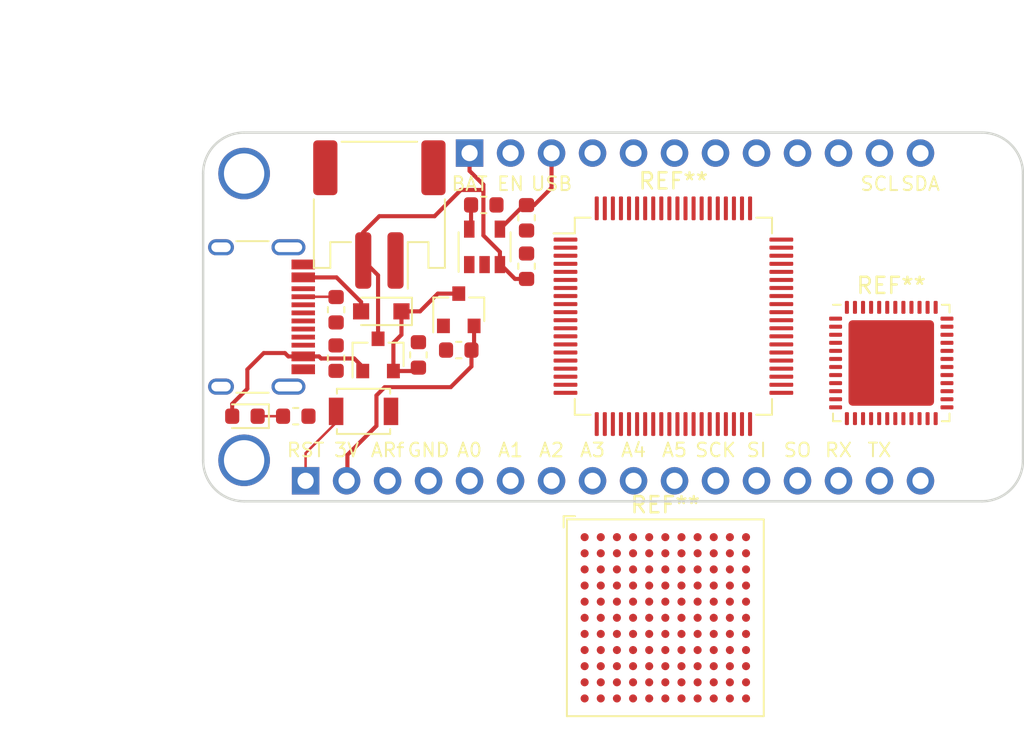
<source format=kicad_pcb>
(kicad_pcb (version 20190905) (host pcbnew "(5.99.0-222-g337244d42)")

  (general
    (thickness 1.6)
    (drawings 30)
    (tracks 63)
    (modules 25)
    (nets 39)
  )

  (page "A4")
  (layers
    (0 "F.Cu" signal)
    (31 "B.Cu" signal)
    (32 "B.Adhes" user)
    (33 "F.Adhes" user)
    (34 "B.Paste" user)
    (35 "F.Paste" user)
    (36 "B.SilkS" user)
    (37 "F.SilkS" user)
    (38 "B.Mask" user)
    (39 "F.Mask" user)
    (40 "Dwgs.User" user)
    (41 "Cmts.User" user hide)
    (42 "Eco1.User" user)
    (43 "Eco2.User" user)
    (44 "Edge.Cuts" user)
    (45 "Margin" user)
    (46 "B.CrtYd" user)
    (47 "F.CrtYd" user)
    (48 "B.Fab" user)
    (49 "F.Fab" user hide)
  )

  (setup
    (stackup
      (layer "F.SilkS" (type "Top Silk Screen"))
      (layer "F.Paste" (type "Top Solder Paste"))
      (layer "F.Mask" (type "Top Solder Mask") (thickness 0.01) (color "Green"))
      (layer "F.Cu" (type "copper") (thickness 0.035))
      (layer "dielectric 1" (type "core") (thickness 1.51) (material "FR4") (epsilon_r 4.5) (loss_tangent 0.02))
      (layer "B.Cu" (type "copper") (thickness 0.035))
      (layer "B.Mask" (type "Bottom Solder Mask") (thickness 0.01) (color "Green"))
      (layer "B.Paste" (type "Bottom Solder Paste"))
      (layer "B.SilkS" (type "Bottom Silk Screen"))
      (copper_finish "None")
      (dielectric_constraints no)
    )
    (last_trace_width 0.2)
    (user_trace_width 0.1524)
    (user_trace_width 0.2032)
    (user_trace_width 0.254)
    (trace_clearance 0.2)
    (zone_clearance 0.508)
    (zone_45_only no)
    (trace_min 0.15)
    (via_size 0.8)
    (via_drill 0.4)
    (via_min_size 0.4)
    (via_min_drill 0.3)
    (uvia_size 0.3)
    (uvia_drill 0.1)
    (uvias_allowed no)
    (uvia_min_size 0.2)
    (uvia_min_drill 0.1)
    (max_error 0.005)
    (defaults
      (edge_clearance 0.01)
      (edge_cuts_line_width 0.05)
      (courtyard_line_width 0.05)
      (copper_line_width 0.2)
      (copper_text_dims (size 1.5 1.5) (thickness 0.3))
      (silk_line_width 0.12)
      (silk_text_dims (size 1 1) (thickness 0.15))
      (other_layers_line_width 0.1)
      (other_layers_text_dims (size 1 1) (thickness 0.15))
    )
    (pad_size 3.2 3.2)
    (pad_drill 2.5)
    (pad_to_mask_clearance 0.051)
    (solder_mask_min_width 0.25)
    (aux_axis_origin 0 0)
    (visible_elements 7FFFFF7F)
    (pcbplotparams
      (layerselection 0x010fc_ffffffff)
      (usegerberextensions false)
      (usegerberattributes false)
      (usegerberadvancedattributes false)
      (creategerberjobfile false)
      (excludeedgelayer true)
      (linewidth 0.100000)
      (plotframeref false)
      (viasonmask false)
      (mode 1)
      (useauxorigin false)
      (hpglpennumber 1)
      (hpglpenspeed 20)
      (hpglpendiameter 15.000000)
      (psnegative false)
      (psa4output false)
      (plotreference true)
      (plotvalue true)
      (plotinvisibletext false)
      (padsonsilk false)
      (subtractmaskfromsilk false)
      (outputformat 1)
      (mirror false)
      (drillshape 1)
      (scaleselection 1)
      (outputdirectory "")
    )
  )

  (net 0 "")
  (net 1 "+BATT")
  (net 2 "GND")
  (net 3 "VBUS")
  (net 4 "/MISC")
  (net 5 "/TX")
  (net 6 "/RX")
  (net 7 "/MISO")
  (net 8 "/MOSI")
  (net 9 "/SCK")
  (net 10 "/A5")
  (net 11 "/A4")
  (net 12 "/A3")
  (net 13 "/A2")
  (net 14 "/A1")
  (net 15 "/A0")
  (net 16 "/Aref")
  (net 17 "+3V3")
  (net 18 "/~RST~")
  (net 19 "/SDA")
  (net 20 "/SCL")
  (net 21 "/GPIO05")
  (net 22 "/GPIO06")
  (net 23 "/GPIO09")
  (net 24 "/GPIO10")
  (net 25 "/GPIO11")
  (net 26 "/GPIO12")
  (net 27 "/GPIO13")
  (net 28 "/EN")
  (net 29 "Net-(J2-PadB8)")
  (net 30 "Net-(J2-PadA5)")
  (net 31 "Net-(J2-PadA8)")
  (net 32 "Net-(J2-PadB5)")
  (net 33 "Net-(C1-Pad1)")
  (net 34 "Net-(D2-Pad1)")
  (net 35 "/USB_D+")
  (net 36 "/USB_D-")
  (net 37 "Net-(R4-Pad2)")
  (net 38 "Net-(R5-Pad2)")

  (net_class "Default" "This is the default net class."
    (clearance 0.2)
    (trace_width 0.2)
    (via_dia 0.8)
    (via_drill 0.4)
    (uvia_dia 0.3)
    (uvia_drill 0.1)
    (add_net "+3V3")
    (add_net "+BATT")
    (add_net "/A0")
    (add_net "/A1")
    (add_net "/A2")
    (add_net "/A3")
    (add_net "/A4")
    (add_net "/A5")
    (add_net "/Aref")
    (add_net "/EN")
    (add_net "/GPIO05")
    (add_net "/GPIO06")
    (add_net "/GPIO09")
    (add_net "/GPIO10")
    (add_net "/GPIO11")
    (add_net "/GPIO12")
    (add_net "/GPIO13")
    (add_net "/MISC")
    (add_net "/MISO")
    (add_net "/MOSI")
    (add_net "/RX")
    (add_net "/SCK")
    (add_net "/SCL")
    (add_net "/SDA")
    (add_net "/TX")
    (add_net "/USB_D+")
    (add_net "/USB_D-")
    (add_net "/~RST~")
    (add_net "GND")
    (add_net "Net-(C1-Pad1)")
    (add_net "Net-(D2-Pad1)")
    (add_net "Net-(J2-PadA5)")
    (add_net "Net-(J2-PadA8)")
    (add_net "Net-(J2-PadB5)")
    (add_net "Net-(J2-PadB8)")
    (add_net "Net-(R4-Pad2)")
    (add_net "Net-(R5-Pad2)")
    (add_net "VBUS")
  )

  (module "Package_BGA:BGA-121_12.0x12.0mm_Layout11x11_P1.0mm" (layer "F.Cu") (tedit 5A058D74) (tstamp 5DB90B88)
    (at 165.8 112)
    (descr "BGA-121, http://cds.linear.com/docs/en/packaging/05081891_A_bga121.pdf")
    (tags "BGA-121")
    (attr smd)
    (fp_text reference "REF**" (at 0 -7) (layer "F.SilkS")
      (effects (font (size 1 1) (thickness 0.15)))
    )
    (fp_text value "BGA-121_12.0x12.0mm_Layout11x11_P1.0mm" (at 0 7) (layer "F.Fab")
      (effects (font (size 1 1) (thickness 0.15)))
    )
    (fp_text user "%R" (at 0 0) (layer "F.Fab")
      (effects (font (size 1 1) (thickness 0.15)))
    )
    (fp_line (start -6.3 -5.6) (end -6.3 -6.3) (layer "F.SilkS") (width 0.12))
    (fp_line (start -6.3 -6.3) (end -5.6 -6.3) (layer "F.SilkS") (width 0.12))
    (fp_line (start -6.1 6.1) (end 6.1 6.1) (layer "F.SilkS") (width 0.12))
    (fp_line (start 6.1 6.1) (end 6.1 -6.1) (layer "F.SilkS") (width 0.12))
    (fp_line (start 6.1 -6.1) (end -6.1 -6.1) (layer "F.SilkS") (width 0.12))
    (fp_line (start -6.1 -6.1) (end -6.1 6.1) (layer "F.SilkS") (width 0.12))
    (fp_line (start -6 6) (end 6 6) (layer "F.Fab") (width 0.1))
    (fp_line (start 6 6) (end 6 -6) (layer "F.Fab") (width 0.1))
    (fp_line (start 6 -6) (end -5.5 -6) (layer "F.Fab") (width 0.1))
    (fp_line (start -5.5 -6) (end -6 -5.5) (layer "F.Fab") (width 0.1))
    (fp_line (start -6 -5.5) (end -6 6) (layer "F.Fab") (width 0.1))
    (fp_line (start -7 -7) (end 7 -7) (layer "F.CrtYd") (width 0.05))
    (fp_line (start -7 -7) (end -7 7) (layer "F.CrtYd") (width 0.05))
    (fp_line (start 7 7) (end 7 -7) (layer "F.CrtYd") (width 0.05))
    (fp_line (start 7 7) (end -7 7) (layer "F.CrtYd") (width 0.05))
    (pad "A1" smd circle (at -5 -5) (size 0.5 0.5) (layers "F.Cu" "F.Paste" "F.Mask"))
    (pad "A2" smd circle (at -4 -5) (size 0.5 0.5) (layers "F.Cu" "F.Paste" "F.Mask"))
    (pad "A3" smd circle (at -3 -5) (size 0.5 0.5) (layers "F.Cu" "F.Paste" "F.Mask"))
    (pad "A4" smd circle (at -2 -5) (size 0.5 0.5) (layers "F.Cu" "F.Paste" "F.Mask"))
    (pad "A5" smd circle (at -1 -5) (size 0.5 0.5) (layers "F.Cu" "F.Paste" "F.Mask"))
    (pad "A6" smd circle (at 0 -5) (size 0.5 0.5) (layers "F.Cu" "F.Paste" "F.Mask"))
    (pad "A7" smd circle (at 1 -5) (size 0.5 0.5) (layers "F.Cu" "F.Paste" "F.Mask"))
    (pad "A8" smd circle (at 2 -5) (size 0.5 0.5) (layers "F.Cu" "F.Paste" "F.Mask"))
    (pad "A9" smd circle (at 3 -5) (size 0.5 0.5) (layers "F.Cu" "F.Paste" "F.Mask"))
    (pad "A10" smd circle (at 4 -5) (size 0.5 0.5) (layers "F.Cu" "F.Paste" "F.Mask"))
    (pad "A11" smd circle (at 5 -5) (size 0.5 0.5) (layers "F.Cu" "F.Paste" "F.Mask"))
    (pad "B1" smd circle (at -5 -4) (size 0.5 0.5) (layers "F.Cu" "F.Paste" "F.Mask"))
    (pad "C1" smd circle (at -5 -3) (size 0.5 0.5) (layers "F.Cu" "F.Paste" "F.Mask"))
    (pad "D1" smd circle (at -5 -2) (size 0.5 0.5) (layers "F.Cu" "F.Paste" "F.Mask"))
    (pad "E1" smd circle (at -5 -1) (size 0.5 0.5) (layers "F.Cu" "F.Paste" "F.Mask"))
    (pad "F1" smd circle (at -5 0) (size 0.5 0.5) (layers "F.Cu" "F.Paste" "F.Mask"))
    (pad "G1" smd circle (at -5 1) (size 0.5 0.5) (layers "F.Cu" "F.Paste" "F.Mask"))
    (pad "H1" smd circle (at -5 2) (size 0.5 0.5) (layers "F.Cu" "F.Paste" "F.Mask"))
    (pad "J1" smd circle (at -5 3) (size 0.5 0.5) (layers "F.Cu" "F.Paste" "F.Mask"))
    (pad "B11" smd circle (at 5 -4) (size 0.5 0.5) (layers "F.Cu" "F.Paste" "F.Mask"))
    (pad "B10" smd circle (at 4 -4) (size 0.5 0.5) (layers "F.Cu" "F.Paste" "F.Mask"))
    (pad "B9" smd circle (at 3 -4) (size 0.5 0.5) (layers "F.Cu" "F.Paste" "F.Mask"))
    (pad "B8" smd circle (at 2 -4) (size 0.5 0.5) (layers "F.Cu" "F.Paste" "F.Mask"))
    (pad "B7" smd circle (at 1 -4) (size 0.5 0.5) (layers "F.Cu" "F.Paste" "F.Mask"))
    (pad "B6" smd circle (at 0 -4) (size 0.5 0.5) (layers "F.Cu" "F.Paste" "F.Mask"))
    (pad "B5" smd circle (at -1 -4) (size 0.5 0.5) (layers "F.Cu" "F.Paste" "F.Mask"))
    (pad "B2" smd circle (at -4 -4) (size 0.5 0.5) (layers "F.Cu" "F.Paste" "F.Mask"))
    (pad "B3" smd circle (at -3 -4) (size 0.5 0.5) (layers "F.Cu" "F.Paste" "F.Mask"))
    (pad "B4" smd circle (at -2 -4) (size 0.5 0.5) (layers "F.Cu" "F.Paste" "F.Mask"))
    (pad "C2" smd circle (at -4 -3) (size 0.5 0.5) (layers "F.Cu" "F.Paste" "F.Mask"))
    (pad "C3" smd circle (at -3 -3) (size 0.5 0.5) (layers "F.Cu" "F.Paste" "F.Mask"))
    (pad "C4" smd circle (at -2 -3) (size 0.5 0.5) (layers "F.Cu" "F.Paste" "F.Mask"))
    (pad "C5" smd circle (at -1 -3) (size 0.5 0.5) (layers "F.Cu" "F.Paste" "F.Mask"))
    (pad "C6" smd circle (at 0 -3) (size 0.5 0.5) (layers "F.Cu" "F.Paste" "F.Mask"))
    (pad "C7" smd circle (at 1 -3) (size 0.5 0.5) (layers "F.Cu" "F.Paste" "F.Mask"))
    (pad "C8" smd circle (at 2 -3) (size 0.5 0.5) (layers "F.Cu" "F.Paste" "F.Mask"))
    (pad "C9" smd circle (at 3 -3) (size 0.5 0.5) (layers "F.Cu" "F.Paste" "F.Mask"))
    (pad "D2" smd circle (at -4 -2) (size 0.5 0.5) (layers "F.Cu" "F.Paste" "F.Mask"))
    (pad "D3" smd circle (at -3 -2) (size 0.5 0.5) (layers "F.Cu" "F.Paste" "F.Mask"))
    (pad "D4" smd circle (at -2 -2) (size 0.5 0.5) (layers "F.Cu" "F.Paste" "F.Mask"))
    (pad "D5" smd circle (at -1 -2) (size 0.5 0.5) (layers "F.Cu" "F.Paste" "F.Mask"))
    (pad "D6" smd circle (at 0 -2) (size 0.5 0.5) (layers "F.Cu" "F.Paste" "F.Mask"))
    (pad "D7" smd circle (at 1 -2) (size 0.5 0.5) (layers "F.Cu" "F.Paste" "F.Mask"))
    (pad "D8" smd circle (at 2 -2) (size 0.5 0.5) (layers "F.Cu" "F.Paste" "F.Mask"))
    (pad "D9" smd circle (at 3 -2) (size 0.5 0.5) (layers "F.Cu" "F.Paste" "F.Mask"))
    (pad "E2" smd circle (at -4 -1) (size 0.5 0.5) (layers "F.Cu" "F.Paste" "F.Mask"))
    (pad "E3" smd circle (at -3 -1) (size 0.5 0.5) (layers "F.Cu" "F.Paste" "F.Mask"))
    (pad "E4" smd circle (at -2 -1) (size 0.5 0.5) (layers "F.Cu" "F.Paste" "F.Mask"))
    (pad "C10" smd circle (at 4 -3) (size 0.5 0.5) (layers "F.Cu" "F.Paste" "F.Mask"))
    (pad "D10" smd circle (at 4 -2) (size 0.5 0.5) (layers "F.Cu" "F.Paste" "F.Mask"))
    (pad "C11" smd circle (at 5 -3) (size 0.5 0.5) (layers "F.Cu" "F.Paste" "F.Mask"))
    (pad "D11" smd circle (at 5 -2) (size 0.5 0.5) (layers "F.Cu" "F.Paste" "F.Mask"))
    (pad "F2" smd circle (at -4 0) (size 0.5 0.5) (layers "F.Cu" "F.Paste" "F.Mask"))
    (pad "F3" smd circle (at -3 0) (size 0.5 0.5) (layers "F.Cu" "F.Paste" "F.Mask"))
    (pad "F4" smd circle (at -2 0) (size 0.5 0.5) (layers "F.Cu" "F.Paste" "F.Mask"))
    (pad "G4" smd circle (at -2 1) (size 0.5 0.5) (layers "F.Cu" "F.Paste" "F.Mask"))
    (pad "G3" smd circle (at -3 1) (size 0.5 0.5) (layers "F.Cu" "F.Paste" "F.Mask"))
    (pad "G2" smd circle (at -4 1) (size 0.5 0.5) (layers "F.Cu" "F.Paste" "F.Mask"))
    (pad "H2" smd circle (at -4 2) (size 0.5 0.5) (layers "F.Cu" "F.Paste" "F.Mask"))
    (pad "H3" smd circle (at -3 2) (size 0.5 0.5) (layers "F.Cu" "F.Paste" "F.Mask"))
    (pad "H4" smd circle (at -2 2) (size 0.5 0.5) (layers "F.Cu" "F.Paste" "F.Mask"))
    (pad "J4" smd circle (at -2 3) (size 0.5 0.5) (layers "F.Cu" "F.Paste" "F.Mask"))
    (pad "J3" smd circle (at -3 3) (size 0.5 0.5) (layers "F.Cu" "F.Paste" "F.Mask"))
    (pad "J2" smd circle (at -4 3) (size 0.5 0.5) (layers "F.Cu" "F.Paste" "F.Mask"))
    (pad "K1" smd circle (at -5 4) (size 0.5 0.5) (layers "F.Cu" "F.Paste" "F.Mask"))
    (pad "K2" smd circle (at -4 4) (size 0.5 0.5) (layers "F.Cu" "F.Paste" "F.Mask"))
    (pad "K3" smd circle (at -3 4) (size 0.5 0.5) (layers "F.Cu" "F.Paste" "F.Mask"))
    (pad "K4" smd circle (at -2 4) (size 0.5 0.5) (layers "F.Cu" "F.Paste" "F.Mask"))
    (pad "L4" smd circle (at -2 5) (size 0.5 0.5) (layers "F.Cu" "F.Paste" "F.Mask"))
    (pad "L3" smd circle (at -3 5) (size 0.5 0.5) (layers "F.Cu" "F.Paste" "F.Mask"))
    (pad "L2" smd circle (at -4 5) (size 0.5 0.5) (layers "F.Cu" "F.Paste" "F.Mask"))
    (pad "L1" smd circle (at -5 5) (size 0.5 0.5) (layers "F.Cu" "F.Paste" "F.Mask"))
    (pad "E8" smd circle (at 2 -1) (size 0.5 0.5) (layers "F.Cu" "F.Paste" "F.Mask"))
    (pad "E7" smd circle (at 1 -1) (size 0.5 0.5) (layers "F.Cu" "F.Paste" "F.Mask"))
    (pad "E6" smd circle (at 0 -1) (size 0.5 0.5) (layers "F.Cu" "F.Paste" "F.Mask"))
    (pad "E5" smd circle (at -1 -1) (size 0.5 0.5) (layers "F.Cu" "F.Paste" "F.Mask"))
    (pad "F5" smd circle (at -1 0) (size 0.5 0.5) (layers "F.Cu" "F.Paste" "F.Mask"))
    (pad "F6" smd circle (at 0 0) (size 0.5 0.5) (layers "F.Cu" "F.Paste" "F.Mask"))
    (pad "F7" smd circle (at 1 0) (size 0.5 0.5) (layers "F.Cu" "F.Paste" "F.Mask"))
    (pad "F8" smd circle (at 2 0) (size 0.5 0.5) (layers "F.Cu" "F.Paste" "F.Mask"))
    (pad "G5" smd circle (at -1 1) (size 0.5 0.5) (layers "F.Cu" "F.Paste" "F.Mask"))
    (pad "G6" smd circle (at 0 1) (size 0.5 0.5) (layers "F.Cu" "F.Paste" "F.Mask"))
    (pad "G7" smd circle (at 1 1) (size 0.5 0.5) (layers "F.Cu" "F.Paste" "F.Mask"))
    (pad "G8" smd circle (at 2 1) (size 0.5 0.5) (layers "F.Cu" "F.Paste" "F.Mask"))
    (pad "H5" smd circle (at -1 2) (size 0.5 0.5) (layers "F.Cu" "F.Paste" "F.Mask"))
    (pad "H6" smd circle (at 0 2) (size 0.5 0.5) (layers "F.Cu" "F.Paste" "F.Mask"))
    (pad "H7" smd circle (at 1 2) (size 0.5 0.5) (layers "F.Cu" "F.Paste" "F.Mask"))
    (pad "H8" smd circle (at 2 2) (size 0.5 0.5) (layers "F.Cu" "F.Paste" "F.Mask"))
    (pad "J5" smd circle (at -1 3) (size 0.5 0.5) (layers "F.Cu" "F.Paste" "F.Mask"))
    (pad "J6" smd circle (at 0 3) (size 0.5 0.5) (layers "F.Cu" "F.Paste" "F.Mask"))
    (pad "J7" smd circle (at 1 3) (size 0.5 0.5) (layers "F.Cu" "F.Paste" "F.Mask"))
    (pad "J8" smd circle (at 2 3) (size 0.5 0.5) (layers "F.Cu" "F.Paste" "F.Mask"))
    (pad "K5" smd circle (at -1 4) (size 0.5 0.5) (layers "F.Cu" "F.Paste" "F.Mask"))
    (pad "K6" smd circle (at 0 4) (size 0.5 0.5) (layers "F.Cu" "F.Paste" "F.Mask"))
    (pad "K7" smd circle (at 1 4) (size 0.5 0.5) (layers "F.Cu" "F.Paste" "F.Mask"))
    (pad "K8" smd circle (at 2 4) (size 0.5 0.5) (layers "F.Cu" "F.Paste" "F.Mask"))
    (pad "L5" smd circle (at -1 5) (size 0.5 0.5) (layers "F.Cu" "F.Paste" "F.Mask"))
    (pad "L6" smd circle (at 0 5) (size 0.5 0.5) (layers "F.Cu" "F.Paste" "F.Mask"))
    (pad "L7" smd circle (at 1 5) (size 0.5 0.5) (layers "F.Cu" "F.Paste" "F.Mask"))
    (pad "L8" smd circle (at 2 5) (size 0.5 0.5) (layers "F.Cu" "F.Paste" "F.Mask"))
    (pad "E9" smd circle (at 3 -1) (size 0.5 0.5) (layers "F.Cu" "F.Paste" "F.Mask"))
    (pad "E10" smd circle (at 4 -1) (size 0.5 0.5) (layers "F.Cu" "F.Paste" "F.Mask"))
    (pad "E11" smd circle (at 5 -1) (size 0.5 0.5) (layers "F.Cu" "F.Paste" "F.Mask"))
    (pad "F9" smd circle (at 3 0) (size 0.5 0.5) (layers "F.Cu" "F.Paste" "F.Mask"))
    (pad "F10" smd circle (at 4 0) (size 0.5 0.5) (layers "F.Cu" "F.Paste" "F.Mask"))
    (pad "F11" smd circle (at 5 0) (size 0.5 0.5) (layers "F.Cu" "F.Paste" "F.Mask"))
    (pad "J9" smd circle (at 3 3) (size 0.5 0.5) (layers "F.Cu" "F.Paste" "F.Mask"))
    (pad "G11" smd circle (at 5 1) (size 0.5 0.5) (layers "F.Cu" "F.Paste" "F.Mask"))
    (pad "G10" smd circle (at 4 1) (size 0.5 0.5) (layers "F.Cu" "F.Paste" "F.Mask"))
    (pad "G9" smd circle (at 3 1) (size 0.5 0.5) (layers "F.Cu" "F.Paste" "F.Mask"))
    (pad "H9" smd circle (at 3 2) (size 0.5 0.5) (layers "F.Cu" "F.Paste" "F.Mask"))
    (pad "H10" smd circle (at 4 2) (size 0.5 0.5) (layers "F.Cu" "F.Paste" "F.Mask"))
    (pad "H11" smd circle (at 5 2) (size 0.5 0.5) (layers "F.Cu" "F.Paste" "F.Mask"))
    (pad "J10" smd circle (at 4 3) (size 0.5 0.5) (layers "F.Cu" "F.Paste" "F.Mask"))
    (pad "J11" smd circle (at 5 3) (size 0.5 0.5) (layers "F.Cu" "F.Paste" "F.Mask"))
    (pad "L9" smd circle (at 3 5) (size 0.5 0.5) (layers "F.Cu" "F.Paste" "F.Mask"))
    (pad "K9" smd circle (at 3 4) (size 0.5 0.5) (layers "F.Cu" "F.Paste" "F.Mask"))
    (pad "K10" smd circle (at 4 4) (size 0.5 0.5) (layers "F.Cu" "F.Paste" "F.Mask"))
    (pad "L10" smd circle (at 4 5) (size 0.5 0.5) (layers "F.Cu" "F.Paste" "F.Mask"))
    (pad "L11" smd circle (at 5 5) (size 0.5 0.5) (layers "F.Cu" "F.Paste" "F.Mask"))
    (pad "K11" smd circle (at 5 4) (size 0.5 0.5) (layers "F.Cu" "F.Paste" "F.Mask"))
    (model "${KISYS3DMOD}/Package_BGA.3dshapes/BGA-121_12.0x12.0mm_Layout11x11_P1.0mm.wrl"
      (at (xyz 0 0 0))
      (scale (xyz 1 1 1))
      (rotate (xyz 0 0 0))
    )
  )

  (module "Package_DFN_QFN:QFN-48-1EP_7x7mm_P0.5mm_EP5.3x5.3mm" (layer "F.Cu") (tedit 5C26A111) (tstamp 5DB8EF86)
    (at 179.8 96.2)
    (descr "QFN, 48 Pin (https://www.trinamic.com/fileadmin/assets/Products/ICs_Documents/TMC2041_datasheet.pdf#page=62), generated with kicad-footprint-generator ipc_dfn_qfn_generator.py")
    (tags "QFN DFN_QFN")
    (attr smd)
    (fp_text reference "REF**" (at 0 -4.8) (layer "F.SilkS")
      (effects (font (size 1 1) (thickness 0.15)))
    )
    (fp_text value "QFN-48-1EP_7x7mm_P0.5mm_EP5.3x5.3mm" (at 0 4.8) (layer "F.Fab")
      (effects (font (size 1 1) (thickness 0.15)))
    )
    (fp_line (start 3.135 -3.61) (end 3.61 -3.61) (layer "F.SilkS") (width 0.12))
    (fp_line (start 3.61 -3.61) (end 3.61 -3.135) (layer "F.SilkS") (width 0.12))
    (fp_line (start -3.135 3.61) (end -3.61 3.61) (layer "F.SilkS") (width 0.12))
    (fp_line (start -3.61 3.61) (end -3.61 3.135) (layer "F.SilkS") (width 0.12))
    (fp_line (start 3.135 3.61) (end 3.61 3.61) (layer "F.SilkS") (width 0.12))
    (fp_line (start 3.61 3.61) (end 3.61 3.135) (layer "F.SilkS") (width 0.12))
    (fp_line (start -3.135 -3.61) (end -3.61 -3.61) (layer "F.SilkS") (width 0.12))
    (fp_line (start -2.5 -3.5) (end 3.5 -3.5) (layer "F.Fab") (width 0.1))
    (fp_line (start 3.5 -3.5) (end 3.5 3.5) (layer "F.Fab") (width 0.1))
    (fp_line (start 3.5 3.5) (end -3.5 3.5) (layer "F.Fab") (width 0.1))
    (fp_line (start -3.5 3.5) (end -3.5 -2.5) (layer "F.Fab") (width 0.1))
    (fp_line (start -3.5 -2.5) (end -2.5 -3.5) (layer "F.Fab") (width 0.1))
    (fp_line (start -4.1 -4.1) (end -4.1 4.1) (layer "F.CrtYd") (width 0.05))
    (fp_line (start -4.1 4.1) (end 4.1 4.1) (layer "F.CrtYd") (width 0.05))
    (fp_line (start 4.1 4.1) (end 4.1 -4.1) (layer "F.CrtYd") (width 0.05))
    (fp_line (start 4.1 -4.1) (end -4.1 -4.1) (layer "F.CrtYd") (width 0.05))
    (fp_text user "%R" (at 0 0) (layer "F.Fab")
      (effects (font (size 1 1) (thickness 0.15)))
    )
    (pad "48" smd roundrect (at -2.75 -3.45) (size 0.25 0.8) (layers "F.Cu" "F.Paste" "F.Mask") (roundrect_rratio 0.25))
    (pad "47" smd roundrect (at -2.25 -3.45) (size 0.25 0.8) (layers "F.Cu" "F.Paste" "F.Mask") (roundrect_rratio 0.25))
    (pad "46" smd roundrect (at -1.75 -3.45) (size 0.25 0.8) (layers "F.Cu" "F.Paste" "F.Mask") (roundrect_rratio 0.25))
    (pad "45" smd roundrect (at -1.25 -3.45) (size 0.25 0.8) (layers "F.Cu" "F.Paste" "F.Mask") (roundrect_rratio 0.25))
    (pad "44" smd roundrect (at -0.75 -3.45) (size 0.25 0.8) (layers "F.Cu" "F.Paste" "F.Mask") (roundrect_rratio 0.25))
    (pad "43" smd roundrect (at -0.25 -3.45) (size 0.25 0.8) (layers "F.Cu" "F.Paste" "F.Mask") (roundrect_rratio 0.25))
    (pad "42" smd roundrect (at 0.25 -3.45) (size 0.25 0.8) (layers "F.Cu" "F.Paste" "F.Mask") (roundrect_rratio 0.25))
    (pad "41" smd roundrect (at 0.75 -3.45) (size 0.25 0.8) (layers "F.Cu" "F.Paste" "F.Mask") (roundrect_rratio 0.25))
    (pad "40" smd roundrect (at 1.25 -3.45) (size 0.25 0.8) (layers "F.Cu" "F.Paste" "F.Mask") (roundrect_rratio 0.25))
    (pad "39" smd roundrect (at 1.75 -3.45) (size 0.25 0.8) (layers "F.Cu" "F.Paste" "F.Mask") (roundrect_rratio 0.25))
    (pad "38" smd roundrect (at 2.25 -3.45) (size 0.25 0.8) (layers "F.Cu" "F.Paste" "F.Mask") (roundrect_rratio 0.25))
    (pad "37" smd roundrect (at 2.75 -3.45) (size 0.25 0.8) (layers "F.Cu" "F.Paste" "F.Mask") (roundrect_rratio 0.25))
    (pad "36" smd roundrect (at 3.45 -2.75) (size 0.8 0.25) (layers "F.Cu" "F.Paste" "F.Mask") (roundrect_rratio 0.25))
    (pad "35" smd roundrect (at 3.45 -2.25) (size 0.8 0.25) (layers "F.Cu" "F.Paste" "F.Mask") (roundrect_rratio 0.25))
    (pad "34" smd roundrect (at 3.45 -1.75) (size 0.8 0.25) (layers "F.Cu" "F.Paste" "F.Mask") (roundrect_rratio 0.25))
    (pad "33" smd roundrect (at 3.45 -1.25) (size 0.8 0.25) (layers "F.Cu" "F.Paste" "F.Mask") (roundrect_rratio 0.25))
    (pad "32" smd roundrect (at 3.45 -0.75) (size 0.8 0.25) (layers "F.Cu" "F.Paste" "F.Mask") (roundrect_rratio 0.25))
    (pad "31" smd roundrect (at 3.45 -0.25) (size 0.8 0.25) (layers "F.Cu" "F.Paste" "F.Mask") (roundrect_rratio 0.25))
    (pad "30" smd roundrect (at 3.45 0.25) (size 0.8 0.25) (layers "F.Cu" "F.Paste" "F.Mask") (roundrect_rratio 0.25))
    (pad "29" smd roundrect (at 3.45 0.75) (size 0.8 0.25) (layers "F.Cu" "F.Paste" "F.Mask") (roundrect_rratio 0.25))
    (pad "28" smd roundrect (at 3.45 1.25) (size 0.8 0.25) (layers "F.Cu" "F.Paste" "F.Mask") (roundrect_rratio 0.25))
    (pad "27" smd roundrect (at 3.45 1.75) (size 0.8 0.25) (layers "F.Cu" "F.Paste" "F.Mask") (roundrect_rratio 0.25))
    (pad "26" smd roundrect (at 3.45 2.25) (size 0.8 0.25) (layers "F.Cu" "F.Paste" "F.Mask") (roundrect_rratio 0.25))
    (pad "25" smd roundrect (at 3.45 2.75) (size 0.8 0.25) (layers "F.Cu" "F.Paste" "F.Mask") (roundrect_rratio 0.25))
    (pad "24" smd roundrect (at 2.75 3.45) (size 0.25 0.8) (layers "F.Cu" "F.Paste" "F.Mask") (roundrect_rratio 0.25))
    (pad "23" smd roundrect (at 2.25 3.45) (size 0.25 0.8) (layers "F.Cu" "F.Paste" "F.Mask") (roundrect_rratio 0.25))
    (pad "22" smd roundrect (at 1.75 3.45) (size 0.25 0.8) (layers "F.Cu" "F.Paste" "F.Mask") (roundrect_rratio 0.25))
    (pad "21" smd roundrect (at 1.25 3.45) (size 0.25 0.8) (layers "F.Cu" "F.Paste" "F.Mask") (roundrect_rratio 0.25))
    (pad "20" smd roundrect (at 0.75 3.45) (size 0.25 0.8) (layers "F.Cu" "F.Paste" "F.Mask") (roundrect_rratio 0.25))
    (pad "19" smd roundrect (at 0.25 3.45) (size 0.25 0.8) (layers "F.Cu" "F.Paste" "F.Mask") (roundrect_rratio 0.25))
    (pad "18" smd roundrect (at -0.25 3.45) (size 0.25 0.8) (layers "F.Cu" "F.Paste" "F.Mask") (roundrect_rratio 0.25))
    (pad "17" smd roundrect (at -0.75 3.45) (size 0.25 0.8) (layers "F.Cu" "F.Paste" "F.Mask") (roundrect_rratio 0.25))
    (pad "16" smd roundrect (at -1.25 3.45) (size 0.25 0.8) (layers "F.Cu" "F.Paste" "F.Mask") (roundrect_rratio 0.25))
    (pad "15" smd roundrect (at -1.75 3.45) (size 0.25 0.8) (layers "F.Cu" "F.Paste" "F.Mask") (roundrect_rratio 0.25))
    (pad "14" smd roundrect (at -2.25 3.45) (size 0.25 0.8) (layers "F.Cu" "F.Paste" "F.Mask") (roundrect_rratio 0.25))
    (pad "13" smd roundrect (at -2.75 3.45) (size 0.25 0.8) (layers "F.Cu" "F.Paste" "F.Mask") (roundrect_rratio 0.25))
    (pad "12" smd roundrect (at -3.45 2.75) (size 0.8 0.25) (layers "F.Cu" "F.Paste" "F.Mask") (roundrect_rratio 0.25))
    (pad "11" smd roundrect (at -3.45 2.25) (size 0.8 0.25) (layers "F.Cu" "F.Paste" "F.Mask") (roundrect_rratio 0.25))
    (pad "10" smd roundrect (at -3.45 1.75) (size 0.8 0.25) (layers "F.Cu" "F.Paste" "F.Mask") (roundrect_rratio 0.25))
    (pad "9" smd roundrect (at -3.45 1.25) (size 0.8 0.25) (layers "F.Cu" "F.Paste" "F.Mask") (roundrect_rratio 0.25))
    (pad "8" smd roundrect (at -3.45 0.75) (size 0.8 0.25) (layers "F.Cu" "F.Paste" "F.Mask") (roundrect_rratio 0.25))
    (pad "7" smd roundrect (at -3.45 0.25) (size 0.8 0.25) (layers "F.Cu" "F.Paste" "F.Mask") (roundrect_rratio 0.25))
    (pad "6" smd roundrect (at -3.45 -0.25) (size 0.8 0.25) (layers "F.Cu" "F.Paste" "F.Mask") (roundrect_rratio 0.25))
    (pad "5" smd roundrect (at -3.45 -0.75) (size 0.8 0.25) (layers "F.Cu" "F.Paste" "F.Mask") (roundrect_rratio 0.25))
    (pad "4" smd roundrect (at -3.45 -1.25) (size 0.8 0.25) (layers "F.Cu" "F.Paste" "F.Mask") (roundrect_rratio 0.25))
    (pad "3" smd roundrect (at -3.45 -1.75) (size 0.8 0.25) (layers "F.Cu" "F.Paste" "F.Mask") (roundrect_rratio 0.25))
    (pad "2" smd roundrect (at -3.45 -2.25) (size 0.8 0.25) (layers "F.Cu" "F.Paste" "F.Mask") (roundrect_rratio 0.25))
    (pad "1" smd roundrect (at -3.45 -2.75) (size 0.8 0.25) (layers "F.Cu" "F.Paste" "F.Mask") (roundrect_rratio 0.25))
    (pad "" smd roundrect (at 1.98 1.98) (size 1.07 1.07) (layers "F.Paste") (roundrect_rratio 0.233645))
    (pad "" smd roundrect (at 1.98 0.66) (size 1.07 1.07) (layers "F.Paste") (roundrect_rratio 0.233645))
    (pad "" smd roundrect (at 1.98 -0.66) (size 1.07 1.07) (layers "F.Paste") (roundrect_rratio 0.233645))
    (pad "" smd roundrect (at 1.98 -1.98) (size 1.07 1.07) (layers "F.Paste") (roundrect_rratio 0.233645))
    (pad "" smd roundrect (at 0.66 1.98) (size 1.07 1.07) (layers "F.Paste") (roundrect_rratio 0.233645))
    (pad "" smd roundrect (at 0.66 0.66) (size 1.07 1.07) (layers "F.Paste") (roundrect_rratio 0.233645))
    (pad "" smd roundrect (at 0.66 -0.66) (size 1.07 1.07) (layers "F.Paste") (roundrect_rratio 0.233645))
    (pad "" smd roundrect (at 0.66 -1.98) (size 1.07 1.07) (layers "F.Paste") (roundrect_rratio 0.233645))
    (pad "" smd roundrect (at -0.66 1.98) (size 1.07 1.07) (layers "F.Paste") (roundrect_rratio 0.233645))
    (pad "" smd roundrect (at -0.66 0.66) (size 1.07 1.07) (layers "F.Paste") (roundrect_rratio 0.233645))
    (pad "" smd roundrect (at -0.66 -0.66) (size 1.07 1.07) (layers "F.Paste") (roundrect_rratio 0.233645))
    (pad "" smd roundrect (at -0.66 -1.98) (size 1.07 1.07) (layers "F.Paste") (roundrect_rratio 0.233645))
    (pad "" smd roundrect (at -1.98 1.98) (size 1.07 1.07) (layers "F.Paste") (roundrect_rratio 0.233645))
    (pad "" smd roundrect (at -1.98 0.66) (size 1.07 1.07) (layers "F.Paste") (roundrect_rratio 0.233645))
    (pad "" smd roundrect (at -1.98 -0.66) (size 1.07 1.07) (layers "F.Paste") (roundrect_rratio 0.233645))
    (pad "" smd roundrect (at -1.98 -1.98) (size 1.07 1.07) (layers "F.Paste") (roundrect_rratio 0.233645))
    (pad "49" smd roundrect (at 0 0) (size 5.3 5.3) (layers "F.Cu" "F.Mask") (roundrect_rratio 0.04717))
    (model "${KISYS3DMOD}/Package_DFN_QFN.3dshapes/QFN-48-1EP_7x7mm_P0.5mm_EP5.3x5.3mm.wrl"
      (at (xyz 0 0 0))
      (scale (xyz 1 1 1))
      (rotate (xyz 0 0 0))
    )
  )

  (module "Package_QFP:LQFP-80_12x12mm_P0.5mm" (layer "F.Cu") (tedit 5C1956D1) (tstamp 5DB8E22B)
    (at 166.3 93.3)
    (descr "LQFP, 80 Pin (https://www.nxp.com/docs/en/package-information/SOT315-1.pdf), generated with kicad-footprint-generator ipc_gullwing_generator.py")
    (tags "LQFP QFP")
    (attr smd)
    (fp_text reference "REF**" (at 0 -8.38) (layer "F.SilkS")
      (effects (font (size 1 1) (thickness 0.15)))
    )
    (fp_text value "LQFP-80_12x12mm_P0.5mm" (at 0 8.38) (layer "F.Fab")
      (effects (font (size 1 1) (thickness 0.15)))
    )
    (fp_line (start 5.135 6.11) (end 6.11 6.11) (layer "F.SilkS") (width 0.12))
    (fp_line (start 6.11 6.11) (end 6.11 5.135) (layer "F.SilkS") (width 0.12))
    (fp_line (start -5.135 6.11) (end -6.11 6.11) (layer "F.SilkS") (width 0.12))
    (fp_line (start -6.11 6.11) (end -6.11 5.135) (layer "F.SilkS") (width 0.12))
    (fp_line (start 5.135 -6.11) (end 6.11 -6.11) (layer "F.SilkS") (width 0.12))
    (fp_line (start 6.11 -6.11) (end 6.11 -5.135) (layer "F.SilkS") (width 0.12))
    (fp_line (start -5.135 -6.11) (end -6.11 -6.11) (layer "F.SilkS") (width 0.12))
    (fp_line (start -6.11 -6.11) (end -6.11 -5.135) (layer "F.SilkS") (width 0.12))
    (fp_line (start -6.11 -5.135) (end -7.425 -5.135) (layer "F.SilkS") (width 0.12))
    (fp_line (start -5 -6) (end 6 -6) (layer "F.Fab") (width 0.1))
    (fp_line (start 6 -6) (end 6 6) (layer "F.Fab") (width 0.1))
    (fp_line (start 6 6) (end -6 6) (layer "F.Fab") (width 0.1))
    (fp_line (start -6 6) (end -6 -5) (layer "F.Fab") (width 0.1))
    (fp_line (start -6 -5) (end -5 -6) (layer "F.Fab") (width 0.1))
    (fp_line (start 0 -7.68) (end -5.12 -7.68) (layer "F.CrtYd") (width 0.05))
    (fp_line (start -5.12 -7.68) (end -5.12 -6.25) (layer "F.CrtYd") (width 0.05))
    (fp_line (start -5.12 -6.25) (end -6.25 -6.25) (layer "F.CrtYd") (width 0.05))
    (fp_line (start -6.25 -6.25) (end -6.25 -5.12) (layer "F.CrtYd") (width 0.05))
    (fp_line (start -6.25 -5.12) (end -7.68 -5.12) (layer "F.CrtYd") (width 0.05))
    (fp_line (start -7.68 -5.12) (end -7.68 0) (layer "F.CrtYd") (width 0.05))
    (fp_line (start 0 -7.68) (end 5.12 -7.68) (layer "F.CrtYd") (width 0.05))
    (fp_line (start 5.12 -7.68) (end 5.12 -6.25) (layer "F.CrtYd") (width 0.05))
    (fp_line (start 5.12 -6.25) (end 6.25 -6.25) (layer "F.CrtYd") (width 0.05))
    (fp_line (start 6.25 -6.25) (end 6.25 -5.12) (layer "F.CrtYd") (width 0.05))
    (fp_line (start 6.25 -5.12) (end 7.68 -5.12) (layer "F.CrtYd") (width 0.05))
    (fp_line (start 7.68 -5.12) (end 7.68 0) (layer "F.CrtYd") (width 0.05))
    (fp_line (start 0 7.68) (end -5.12 7.68) (layer "F.CrtYd") (width 0.05))
    (fp_line (start -5.12 7.68) (end -5.12 6.25) (layer "F.CrtYd") (width 0.05))
    (fp_line (start -5.12 6.25) (end -6.25 6.25) (layer "F.CrtYd") (width 0.05))
    (fp_line (start -6.25 6.25) (end -6.25 5.12) (layer "F.CrtYd") (width 0.05))
    (fp_line (start -6.25 5.12) (end -7.68 5.12) (layer "F.CrtYd") (width 0.05))
    (fp_line (start -7.68 5.12) (end -7.68 0) (layer "F.CrtYd") (width 0.05))
    (fp_line (start 0 7.68) (end 5.12 7.68) (layer "F.CrtYd") (width 0.05))
    (fp_line (start 5.12 7.68) (end 5.12 6.25) (layer "F.CrtYd") (width 0.05))
    (fp_line (start 5.12 6.25) (end 6.25 6.25) (layer "F.CrtYd") (width 0.05))
    (fp_line (start 6.25 6.25) (end 6.25 5.12) (layer "F.CrtYd") (width 0.05))
    (fp_line (start 6.25 5.12) (end 7.68 5.12) (layer "F.CrtYd") (width 0.05))
    (fp_line (start 7.68 5.12) (end 7.68 0) (layer "F.CrtYd") (width 0.05))
    (fp_text user "%R" (at 0 0) (layer "F.Fab")
      (effects (font (size 1 1) (thickness 0.15)))
    )
    (pad "80" smd roundrect (at -4.75 -6.6875) (size 0.25 1.475) (layers "F.Cu" "F.Paste" "F.Mask") (roundrect_rratio 0.25))
    (pad "79" smd roundrect (at -4.25 -6.6875) (size 0.25 1.475) (layers "F.Cu" "F.Paste" "F.Mask") (roundrect_rratio 0.25))
    (pad "78" smd roundrect (at -3.75 -6.6875) (size 0.25 1.475) (layers "F.Cu" "F.Paste" "F.Mask") (roundrect_rratio 0.25))
    (pad "77" smd roundrect (at -3.25 -6.6875) (size 0.25 1.475) (layers "F.Cu" "F.Paste" "F.Mask") (roundrect_rratio 0.25))
    (pad "76" smd roundrect (at -2.75 -6.6875) (size 0.25 1.475) (layers "F.Cu" "F.Paste" "F.Mask") (roundrect_rratio 0.25))
    (pad "75" smd roundrect (at -2.25 -6.6875) (size 0.25 1.475) (layers "F.Cu" "F.Paste" "F.Mask") (roundrect_rratio 0.25))
    (pad "74" smd roundrect (at -1.75 -6.6875) (size 0.25 1.475) (layers "F.Cu" "F.Paste" "F.Mask") (roundrect_rratio 0.25))
    (pad "73" smd roundrect (at -1.25 -6.6875) (size 0.25 1.475) (layers "F.Cu" "F.Paste" "F.Mask") (roundrect_rratio 0.25))
    (pad "72" smd roundrect (at -0.75 -6.6875) (size 0.25 1.475) (layers "F.Cu" "F.Paste" "F.Mask") (roundrect_rratio 0.25))
    (pad "71" smd roundrect (at -0.25 -6.6875) (size 0.25 1.475) (layers "F.Cu" "F.Paste" "F.Mask") (roundrect_rratio 0.25))
    (pad "70" smd roundrect (at 0.25 -6.6875) (size 0.25 1.475) (layers "F.Cu" "F.Paste" "F.Mask") (roundrect_rratio 0.25))
    (pad "69" smd roundrect (at 0.75 -6.6875) (size 0.25 1.475) (layers "F.Cu" "F.Paste" "F.Mask") (roundrect_rratio 0.25))
    (pad "68" smd roundrect (at 1.25 -6.6875) (size 0.25 1.475) (layers "F.Cu" "F.Paste" "F.Mask") (roundrect_rratio 0.25))
    (pad "67" smd roundrect (at 1.75 -6.6875) (size 0.25 1.475) (layers "F.Cu" "F.Paste" "F.Mask") (roundrect_rratio 0.25))
    (pad "66" smd roundrect (at 2.25 -6.6875) (size 0.25 1.475) (layers "F.Cu" "F.Paste" "F.Mask") (roundrect_rratio 0.25))
    (pad "65" smd roundrect (at 2.75 -6.6875) (size 0.25 1.475) (layers "F.Cu" "F.Paste" "F.Mask") (roundrect_rratio 0.25))
    (pad "64" smd roundrect (at 3.25 -6.6875) (size 0.25 1.475) (layers "F.Cu" "F.Paste" "F.Mask") (roundrect_rratio 0.25))
    (pad "63" smd roundrect (at 3.75 -6.6875) (size 0.25 1.475) (layers "F.Cu" "F.Paste" "F.Mask") (roundrect_rratio 0.25))
    (pad "62" smd roundrect (at 4.25 -6.6875) (size 0.25 1.475) (layers "F.Cu" "F.Paste" "F.Mask") (roundrect_rratio 0.25))
    (pad "61" smd roundrect (at 4.75 -6.6875) (size 0.25 1.475) (layers "F.Cu" "F.Paste" "F.Mask") (roundrect_rratio 0.25))
    (pad "60" smd roundrect (at 6.6875 -4.75) (size 1.475 0.25) (layers "F.Cu" "F.Paste" "F.Mask") (roundrect_rratio 0.25))
    (pad "59" smd roundrect (at 6.6875 -4.25) (size 1.475 0.25) (layers "F.Cu" "F.Paste" "F.Mask") (roundrect_rratio 0.25))
    (pad "58" smd roundrect (at 6.6875 -3.75) (size 1.475 0.25) (layers "F.Cu" "F.Paste" "F.Mask") (roundrect_rratio 0.25))
    (pad "57" smd roundrect (at 6.6875 -3.25) (size 1.475 0.25) (layers "F.Cu" "F.Paste" "F.Mask") (roundrect_rratio 0.25))
    (pad "56" smd roundrect (at 6.6875 -2.75) (size 1.475 0.25) (layers "F.Cu" "F.Paste" "F.Mask") (roundrect_rratio 0.25))
    (pad "55" smd roundrect (at 6.6875 -2.25) (size 1.475 0.25) (layers "F.Cu" "F.Paste" "F.Mask") (roundrect_rratio 0.25))
    (pad "54" smd roundrect (at 6.6875 -1.75) (size 1.475 0.25) (layers "F.Cu" "F.Paste" "F.Mask") (roundrect_rratio 0.25))
    (pad "53" smd roundrect (at 6.6875 -1.25) (size 1.475 0.25) (layers "F.Cu" "F.Paste" "F.Mask") (roundrect_rratio 0.25))
    (pad "52" smd roundrect (at 6.6875 -0.75) (size 1.475 0.25) (layers "F.Cu" "F.Paste" "F.Mask") (roundrect_rratio 0.25))
    (pad "51" smd roundrect (at 6.6875 -0.25) (size 1.475 0.25) (layers "F.Cu" "F.Paste" "F.Mask") (roundrect_rratio 0.25))
    (pad "50" smd roundrect (at 6.6875 0.25) (size 1.475 0.25) (layers "F.Cu" "F.Paste" "F.Mask") (roundrect_rratio 0.25))
    (pad "49" smd roundrect (at 6.6875 0.75) (size 1.475 0.25) (layers "F.Cu" "F.Paste" "F.Mask") (roundrect_rratio 0.25))
    (pad "48" smd roundrect (at 6.6875 1.25) (size 1.475 0.25) (layers "F.Cu" "F.Paste" "F.Mask") (roundrect_rratio 0.25))
    (pad "47" smd roundrect (at 6.6875 1.75) (size 1.475 0.25) (layers "F.Cu" "F.Paste" "F.Mask") (roundrect_rratio 0.25))
    (pad "46" smd roundrect (at 6.6875 2.25) (size 1.475 0.25) (layers "F.Cu" "F.Paste" "F.Mask") (roundrect_rratio 0.25))
    (pad "45" smd roundrect (at 6.6875 2.75) (size 1.475 0.25) (layers "F.Cu" "F.Paste" "F.Mask") (roundrect_rratio 0.25))
    (pad "44" smd roundrect (at 6.6875 3.25) (size 1.475 0.25) (layers "F.Cu" "F.Paste" "F.Mask") (roundrect_rratio 0.25))
    (pad "43" smd roundrect (at 6.6875 3.75) (size 1.475 0.25) (layers "F.Cu" "F.Paste" "F.Mask") (roundrect_rratio 0.25))
    (pad "42" smd roundrect (at 6.6875 4.25) (size 1.475 0.25) (layers "F.Cu" "F.Paste" "F.Mask") (roundrect_rratio 0.25))
    (pad "41" smd roundrect (at 6.6875 4.75) (size 1.475 0.25) (layers "F.Cu" "F.Paste" "F.Mask") (roundrect_rratio 0.25))
    (pad "40" smd roundrect (at 4.75 6.6875) (size 0.25 1.475) (layers "F.Cu" "F.Paste" "F.Mask") (roundrect_rratio 0.25))
    (pad "39" smd roundrect (at 4.25 6.6875) (size 0.25 1.475) (layers "F.Cu" "F.Paste" "F.Mask") (roundrect_rratio 0.25))
    (pad "38" smd roundrect (at 3.75 6.6875) (size 0.25 1.475) (layers "F.Cu" "F.Paste" "F.Mask") (roundrect_rratio 0.25))
    (pad "37" smd roundrect (at 3.25 6.6875) (size 0.25 1.475) (layers "F.Cu" "F.Paste" "F.Mask") (roundrect_rratio 0.25))
    (pad "36" smd roundrect (at 2.75 6.6875) (size 0.25 1.475) (layers "F.Cu" "F.Paste" "F.Mask") (roundrect_rratio 0.25))
    (pad "35" smd roundrect (at 2.25 6.6875) (size 0.25 1.475) (layers "F.Cu" "F.Paste" "F.Mask") (roundrect_rratio 0.25))
    (pad "34" smd roundrect (at 1.75 6.6875) (size 0.25 1.475) (layers "F.Cu" "F.Paste" "F.Mask") (roundrect_rratio 0.25))
    (pad "33" smd roundrect (at 1.25 6.6875) (size 0.25 1.475) (layers "F.Cu" "F.Paste" "F.Mask") (roundrect_rratio 0.25))
    (pad "32" smd roundrect (at 0.75 6.6875) (size 0.25 1.475) (layers "F.Cu" "F.Paste" "F.Mask") (roundrect_rratio 0.25))
    (pad "31" smd roundrect (at 0.25 6.6875) (size 0.25 1.475) (layers "F.Cu" "F.Paste" "F.Mask") (roundrect_rratio 0.25))
    (pad "30" smd roundrect (at -0.25 6.6875) (size 0.25 1.475) (layers "F.Cu" "F.Paste" "F.Mask") (roundrect_rratio 0.25))
    (pad "29" smd roundrect (at -0.75 6.6875) (size 0.25 1.475) (layers "F.Cu" "F.Paste" "F.Mask") (roundrect_rratio 0.25))
    (pad "28" smd roundrect (at -1.25 6.6875) (size 0.25 1.475) (layers "F.Cu" "F.Paste" "F.Mask") (roundrect_rratio 0.25))
    (pad "27" smd roundrect (at -1.75 6.6875) (size 0.25 1.475) (layers "F.Cu" "F.Paste" "F.Mask") (roundrect_rratio 0.25))
    (pad "26" smd roundrect (at -2.25 6.6875) (size 0.25 1.475) (layers "F.Cu" "F.Paste" "F.Mask") (roundrect_rratio 0.25))
    (pad "25" smd roundrect (at -2.75 6.6875) (size 0.25 1.475) (layers "F.Cu" "F.Paste" "F.Mask") (roundrect_rratio 0.25))
    (pad "24" smd roundrect (at -3.25 6.6875) (size 0.25 1.475) (layers "F.Cu" "F.Paste" "F.Mask") (roundrect_rratio 0.25))
    (pad "23" smd roundrect (at -3.75 6.6875) (size 0.25 1.475) (layers "F.Cu" "F.Paste" "F.Mask") (roundrect_rratio 0.25))
    (pad "22" smd roundrect (at -4.25 6.6875) (size 0.25 1.475) (layers "F.Cu" "F.Paste" "F.Mask") (roundrect_rratio 0.25))
    (pad "21" smd roundrect (at -4.75 6.6875) (size 0.25 1.475) (layers "F.Cu" "F.Paste" "F.Mask") (roundrect_rratio 0.25))
    (pad "20" smd roundrect (at -6.6875 4.75) (size 1.475 0.25) (layers "F.Cu" "F.Paste" "F.Mask") (roundrect_rratio 0.25))
    (pad "19" smd roundrect (at -6.6875 4.25) (size 1.475 0.25) (layers "F.Cu" "F.Paste" "F.Mask") (roundrect_rratio 0.25))
    (pad "18" smd roundrect (at -6.6875 3.75) (size 1.475 0.25) (layers "F.Cu" "F.Paste" "F.Mask") (roundrect_rratio 0.25))
    (pad "17" smd roundrect (at -6.6875 3.25) (size 1.475 0.25) (layers "F.Cu" "F.Paste" "F.Mask") (roundrect_rratio 0.25))
    (pad "16" smd roundrect (at -6.6875 2.75) (size 1.475 0.25) (layers "F.Cu" "F.Paste" "F.Mask") (roundrect_rratio 0.25))
    (pad "15" smd roundrect (at -6.6875 2.25) (size 1.475 0.25) (layers "F.Cu" "F.Paste" "F.Mask") (roundrect_rratio 0.25))
    (pad "14" smd roundrect (at -6.6875 1.75) (size 1.475 0.25) (layers "F.Cu" "F.Paste" "F.Mask") (roundrect_rratio 0.25))
    (pad "13" smd roundrect (at -6.6875 1.25) (size 1.475 0.25) (layers "F.Cu" "F.Paste" "F.Mask") (roundrect_rratio 0.25))
    (pad "12" smd roundrect (at -6.6875 0.75) (size 1.475 0.25) (layers "F.Cu" "F.Paste" "F.Mask") (roundrect_rratio 0.25))
    (pad "11" smd roundrect (at -6.6875 0.25) (size 1.475 0.25) (layers "F.Cu" "F.Paste" "F.Mask") (roundrect_rratio 0.25))
    (pad "10" smd roundrect (at -6.6875 -0.25) (size 1.475 0.25) (layers "F.Cu" "F.Paste" "F.Mask") (roundrect_rratio 0.25))
    (pad "9" smd roundrect (at -6.6875 -0.75) (size 1.475 0.25) (layers "F.Cu" "F.Paste" "F.Mask") (roundrect_rratio 0.25))
    (pad "8" smd roundrect (at -6.6875 -1.25) (size 1.475 0.25) (layers "F.Cu" "F.Paste" "F.Mask") (roundrect_rratio 0.25))
    (pad "7" smd roundrect (at -6.6875 -1.75) (size 1.475 0.25) (layers "F.Cu" "F.Paste" "F.Mask") (roundrect_rratio 0.25))
    (pad "6" smd roundrect (at -6.6875 -2.25) (size 1.475 0.25) (layers "F.Cu" "F.Paste" "F.Mask") (roundrect_rratio 0.25))
    (pad "5" smd roundrect (at -6.6875 -2.75) (size 1.475 0.25) (layers "F.Cu" "F.Paste" "F.Mask") (roundrect_rratio 0.25))
    (pad "4" smd roundrect (at -6.6875 -3.25) (size 1.475 0.25) (layers "F.Cu" "F.Paste" "F.Mask") (roundrect_rratio 0.25))
    (pad "3" smd roundrect (at -6.6875 -3.75) (size 1.475 0.25) (layers "F.Cu" "F.Paste" "F.Mask") (roundrect_rratio 0.25))
    (pad "2" smd roundrect (at -6.6875 -4.25) (size 1.475 0.25) (layers "F.Cu" "F.Paste" "F.Mask") (roundrect_rratio 0.25))
    (pad "1" smd roundrect (at -6.6875 -4.75) (size 1.475 0.25) (layers "F.Cu" "F.Paste" "F.Mask") (roundrect_rratio 0.25))
    (model "${KISYS3DMOD}/Package_QFP.3dshapes/LQFP-80_12x12mm_P0.5mm.wrl"
      (at (xyz 0 0 0))
      (scale (xyz 1 1 1))
      (rotate (xyz 0 0 0))
    )
  )

  (module "Button_Switch_SMD:SW_SPST_B3U-1000P-B" (layer "F.Cu") (tedit 5A02FC95) (tstamp 5DB5C57E)
    (at 147.1 99.2 180)
    (descr "Ultra-small-sized Tactile Switch with High Contact Reliability, Top-actuated Model, without Ground Terminal, with Boss")
    (tags "Tactile Switch")
    (path "/5DBFC223")
    (attr smd)
    (fp_text reference "SW1" (at 0 -2.5) (layer "F.SilkS") hide
      (effects (font (size 1 1) (thickness 0.15)))
    )
    (fp_text value "SW_RST" (at 0 2.5) (layer "F.Fab")
      (effects (font (size 1 1) (thickness 0.15)))
    )
    (fp_circle (center 0 0) (end 0.75 0) (layer "F.Fab") (width 0.1))
    (fp_line (start -1.5 1.25) (end -1.5 -1.25) (layer "F.Fab") (width 0.1))
    (fp_line (start 1.5 1.25) (end -1.5 1.25) (layer "F.Fab") (width 0.1))
    (fp_line (start 1.5 -1.25) (end 1.5 1.25) (layer "F.Fab") (width 0.1))
    (fp_line (start -1.5 -1.25) (end 1.5 -1.25) (layer "F.Fab") (width 0.1))
    (fp_line (start 1.65 -1.4) (end 1.65 -1.1) (layer "F.SilkS") (width 0.12))
    (fp_line (start -1.65 -1.4) (end 1.65 -1.4) (layer "F.SilkS") (width 0.12))
    (fp_line (start -1.65 -1.1) (end -1.65 -1.4) (layer "F.SilkS") (width 0.12))
    (fp_line (start 1.65 1.4) (end 1.65 1.1) (layer "F.SilkS") (width 0.12))
    (fp_line (start -1.65 1.4) (end 1.65 1.4) (layer "F.SilkS") (width 0.12))
    (fp_line (start -1.65 1.1) (end -1.65 1.4) (layer "F.SilkS") (width 0.12))
    (fp_line (start -2.4 -1.65) (end -2.4 1.65) (layer "F.CrtYd") (width 0.05))
    (fp_line (start 2.4 -1.65) (end -2.4 -1.65) (layer "F.CrtYd") (width 0.05))
    (fp_line (start 2.4 1.65) (end 2.4 -1.65) (layer "F.CrtYd") (width 0.05))
    (fp_line (start -2.4 1.65) (end 2.4 1.65) (layer "F.CrtYd") (width 0.05))
    (fp_text user "%R" (at 0 -2.5) (layer "F.Fab")
      (effects (font (size 1 1) (thickness 0.15)))
    )
    (pad "" np_thru_hole circle (at 0 0 180) (size 0.8 0.8) (drill 0.8) (layers *.Cu *.Mask))
    (pad "2" smd rect (at 1.7 0 180) (size 0.9 1.7) (layers "F.Cu" "F.Paste" "F.Mask")
      (net 18 "/~RST~"))
    (pad "1" smd rect (at -1.7 0 180) (size 0.9 1.7) (layers "F.Cu" "F.Paste" "F.Mask")
      (net 2 "GND"))
    (model "${KISYS3DMOD}/Button_Switch_SMD.3dshapes/SW_SPST_B3U-1000P-B.wrl"
      (at (xyz 0 0 0))
      (scale (xyz 1 1 1))
      (rotate (xyz 0 0 0))
    )
  )

  (module "Package_TO_SOT_SMD:SOT-23-5" (layer "F.Cu") (tedit 5A02FF57) (tstamp 5DB5B1B0)
    (at 154.6 89 90)
    (descr "5-pin SOT23 package")
    (tags "SOT-23-5")
    (path "/5DBE2198")
    (attr smd)
    (fp_text reference "U2" (at 0 -2.9 90) (layer "F.SilkS") hide
      (effects (font (size 1 1) (thickness 0.15)))
    )
    (fp_text value "MCP73831" (at 0 2.9 90) (layer "F.Fab")
      (effects (font (size 1 1) (thickness 0.15)))
    )
    (fp_line (start 0.9 -1.55) (end 0.9 1.55) (layer "F.Fab") (width 0.1))
    (fp_line (start 0.9 1.55) (end -0.9 1.55) (layer "F.Fab") (width 0.1))
    (fp_line (start -0.9 -0.9) (end -0.9 1.55) (layer "F.Fab") (width 0.1))
    (fp_line (start 0.9 -1.55) (end -0.25 -1.55) (layer "F.Fab") (width 0.1))
    (fp_line (start -0.9 -0.9) (end -0.25 -1.55) (layer "F.Fab") (width 0.1))
    (fp_line (start -1.9 1.8) (end -1.9 -1.8) (layer "F.CrtYd") (width 0.05))
    (fp_line (start 1.9 1.8) (end -1.9 1.8) (layer "F.CrtYd") (width 0.05))
    (fp_line (start 1.9 -1.8) (end 1.9 1.8) (layer "F.CrtYd") (width 0.05))
    (fp_line (start -1.9 -1.8) (end 1.9 -1.8) (layer "F.CrtYd") (width 0.05))
    (fp_line (start 0.9 -1.61) (end -1.55 -1.61) (layer "F.SilkS") (width 0.12))
    (fp_line (start -0.9 1.61) (end 0.9 1.61) (layer "F.SilkS") (width 0.12))
    (fp_text user "%R" (at 0 0) (layer "F.Fab")
      (effects (font (size 0.5 0.5) (thickness 0.075)))
    )
    (pad "5" smd rect (at 1.1 -0.95 90) (size 1.06 0.65) (layers "F.Cu" "F.Paste" "F.Mask")
      (net 38 "Net-(R5-Pad2)"))
    (pad "4" smd rect (at 1.1 0.95 90) (size 1.06 0.65) (layers "F.Cu" "F.Paste" "F.Mask")
      (net 3 "VBUS"))
    (pad "3" smd rect (at -1.1 0.95 90) (size 1.06 0.65) (layers "F.Cu" "F.Paste" "F.Mask")
      (net 1 "+BATT"))
    (pad "2" smd rect (at -1.1 0 90) (size 1.06 0.65) (layers "F.Cu" "F.Paste" "F.Mask")
      (net 2 "GND"))
    (pad "1" smd rect (at -1.1 -0.95 90) (size 1.06 0.65) (layers "F.Cu" "F.Paste" "F.Mask")
      (net 37 "Net-(R4-Pad2)"))
    (model "${KISYS3DMOD}/Package_TO_SOT_SMD.3dshapes/SOT-23-5.wrl"
      (at (xyz 0 0 0))
      (scale (xyz 1 1 1))
      (rotate (xyz 0 0 0))
    )
  )

  (module "Package_TO_SOT_SMD:SOT-23" (layer "F.Cu") (tedit 5A02FF57) (tstamp 5DB5B643)
    (at 153 92.9 90)
    (descr "SOT-23, Standard")
    (tags "SOT-23")
    (path "/5DB93B43")
    (attr smd)
    (fp_text reference "U1" (at 0 -2.5 90) (layer "F.SilkS") hide
      (effects (font (size 1 1) (thickness 0.15)))
    )
    (fp_text value "MCP1700" (at 0 2.5 90) (layer "F.Fab")
      (effects (font (size 1 1) (thickness 0.15)))
    )
    (fp_line (start 0.76 1.58) (end -0.7 1.58) (layer "F.SilkS") (width 0.12))
    (fp_line (start 0.76 -1.58) (end -1.4 -1.58) (layer "F.SilkS") (width 0.12))
    (fp_line (start -1.7 1.75) (end -1.7 -1.75) (layer "F.CrtYd") (width 0.05))
    (fp_line (start 1.7 1.75) (end -1.7 1.75) (layer "F.CrtYd") (width 0.05))
    (fp_line (start 1.7 -1.75) (end 1.7 1.75) (layer "F.CrtYd") (width 0.05))
    (fp_line (start -1.7 -1.75) (end 1.7 -1.75) (layer "F.CrtYd") (width 0.05))
    (fp_line (start 0.76 -1.58) (end 0.76 -0.65) (layer "F.SilkS") (width 0.12))
    (fp_line (start 0.76 1.58) (end 0.76 0.65) (layer "F.SilkS") (width 0.12))
    (fp_line (start -0.7 1.52) (end 0.7 1.52) (layer "F.Fab") (width 0.1))
    (fp_line (start 0.7 -1.52) (end 0.7 1.52) (layer "F.Fab") (width 0.1))
    (fp_line (start -0.7 -0.95) (end -0.15 -1.52) (layer "F.Fab") (width 0.1))
    (fp_line (start -0.15 -1.52) (end 0.7 -1.52) (layer "F.Fab") (width 0.1))
    (fp_line (start -0.7 -0.95) (end -0.7 1.5) (layer "F.Fab") (width 0.1))
    (fp_text user "%R" (at 0 0) (layer "F.Fab")
      (effects (font (size 0.5 0.5) (thickness 0.075)))
    )
    (pad "3" smd rect (at 1 0 90) (size 0.9 0.8) (layers "F.Cu" "F.Paste" "F.Mask")
      (net 33 "Net-(C1-Pad1)"))
    (pad "2" smd rect (at -1 0.95 90) (size 0.9 0.8) (layers "F.Cu" "F.Paste" "F.Mask")
      (net 17 "+3V3"))
    (pad "1" smd rect (at -1 -0.95 90) (size 0.9 0.8) (layers "F.Cu" "F.Paste" "F.Mask")
      (net 2 "GND"))
    (model "${KISYS3DMOD}/Package_TO_SOT_SMD.3dshapes/SOT-23.wrl"
      (at (xyz 0 0 0))
      (scale (xyz 1 1 1))
      (rotate (xyz 0 0 0))
    )
  )

  (module "Resistor_SMD:R_0603_1608Metric" (layer "F.Cu") (tedit 5B301BBD) (tstamp 5DB5B186)
    (at 154.55 86.4 180)
    (descr "Resistor SMD 0603 (1608 Metric), square (rectangular) end terminal, IPC_7351 nominal, (Body size source: http://www.tortai-tech.com/upload/download/2011102023233369053.pdf), generated with kicad-footprint-generator")
    (tags "resistor")
    (path "/5DBCBF9B")
    (attr smd)
    (fp_text reference "R5" (at 0 -1.43) (layer "F.SilkS") hide
      (effects (font (size 1 1) (thickness 0.15)))
    )
    (fp_text value "2K" (at 0 1.43) (layer "F.Fab")
      (effects (font (size 1 1) (thickness 0.15)))
    )
    (fp_text user "%R" (at 0 0) (layer "F.Fab")
      (effects (font (size 0.4 0.4) (thickness 0.06)))
    )
    (fp_line (start 1.48 0.73) (end -1.48 0.73) (layer "F.CrtYd") (width 0.05))
    (fp_line (start 1.48 -0.73) (end 1.48 0.73) (layer "F.CrtYd") (width 0.05))
    (fp_line (start -1.48 -0.73) (end 1.48 -0.73) (layer "F.CrtYd") (width 0.05))
    (fp_line (start -1.48 0.73) (end -1.48 -0.73) (layer "F.CrtYd") (width 0.05))
    (fp_line (start -0.162779 0.51) (end 0.162779 0.51) (layer "F.SilkS") (width 0.12))
    (fp_line (start -0.162779 -0.51) (end 0.162779 -0.51) (layer "F.SilkS") (width 0.12))
    (fp_line (start 0.8 0.4) (end -0.8 0.4) (layer "F.Fab") (width 0.1))
    (fp_line (start 0.8 -0.4) (end 0.8 0.4) (layer "F.Fab") (width 0.1))
    (fp_line (start -0.8 -0.4) (end 0.8 -0.4) (layer "F.Fab") (width 0.1))
    (fp_line (start -0.8 0.4) (end -0.8 -0.4) (layer "F.Fab") (width 0.1))
    (pad "2" smd roundrect (at 0.7875 0 180) (size 0.875 0.95) (layers "F.Cu" "F.Paste" "F.Mask") (roundrect_rratio 0.25)
      (net 38 "Net-(R5-Pad2)"))
    (pad "1" smd roundrect (at -0.7875 0 180) (size 0.875 0.95) (layers "F.Cu" "F.Paste" "F.Mask") (roundrect_rratio 0.25)
      (net 2 "GND"))
    (model "${KISYS3DMOD}/Resistor_SMD.3dshapes/R_0603_1608Metric.wrl"
      (at (xyz 0 0 0))
      (scale (xyz 1 1 1))
      (rotate (xyz 0 0 0))
    )
  )

  (module "Resistor_SMD:R_0603_1608Metric" (layer "F.Cu") (tedit 5B301BBD) (tstamp 5DB5B175)
    (at 142.9 99.5)
    (descr "Resistor SMD 0603 (1608 Metric), square (rectangular) end terminal, IPC_7351 nominal, (Body size source: http://www.tortai-tech.com/upload/download/2011102023233369053.pdf), generated with kicad-footprint-generator")
    (tags "resistor")
    (path "/5DBD1A80")
    (attr smd)
    (fp_text reference "R4" (at 0 -1.43) (layer "F.SilkS") hide
      (effects (font (size 1 1) (thickness 0.15)))
    )
    (fp_text value "1K" (at 0 1.43) (layer "F.Fab")
      (effects (font (size 1 1) (thickness 0.15)))
    )
    (fp_text user "%R" (at 0 0) (layer "F.Fab")
      (effects (font (size 0.4 0.4) (thickness 0.06)))
    )
    (fp_line (start 1.48 0.73) (end -1.48 0.73) (layer "F.CrtYd") (width 0.05))
    (fp_line (start 1.48 -0.73) (end 1.48 0.73) (layer "F.CrtYd") (width 0.05))
    (fp_line (start -1.48 -0.73) (end 1.48 -0.73) (layer "F.CrtYd") (width 0.05))
    (fp_line (start -1.48 0.73) (end -1.48 -0.73) (layer "F.CrtYd") (width 0.05))
    (fp_line (start -0.162779 0.51) (end 0.162779 0.51) (layer "F.SilkS") (width 0.12))
    (fp_line (start -0.162779 -0.51) (end 0.162779 -0.51) (layer "F.SilkS") (width 0.12))
    (fp_line (start 0.8 0.4) (end -0.8 0.4) (layer "F.Fab") (width 0.1))
    (fp_line (start 0.8 -0.4) (end 0.8 0.4) (layer "F.Fab") (width 0.1))
    (fp_line (start -0.8 -0.4) (end 0.8 -0.4) (layer "F.Fab") (width 0.1))
    (fp_line (start -0.8 0.4) (end -0.8 -0.4) (layer "F.Fab") (width 0.1))
    (pad "2" smd roundrect (at 0.7875 0) (size 0.875 0.95) (layers "F.Cu" "F.Paste" "F.Mask") (roundrect_rratio 0.25)
      (net 37 "Net-(R4-Pad2)"))
    (pad "1" smd roundrect (at -0.7875 0) (size 0.875 0.95) (layers "F.Cu" "F.Paste" "F.Mask") (roundrect_rratio 0.25)
      (net 34 "Net-(D2-Pad1)"))
    (model "${KISYS3DMOD}/Resistor_SMD.3dshapes/R_0603_1608Metric.wrl"
      (at (xyz 0 0 0))
      (scale (xyz 1 1 1))
      (rotate (xyz 0 0 0))
    )
  )

  (module "Resistor_SMD:R_0603_1608Metric" (layer "F.Cu") (tedit 5B301BBD) (tstamp 5DB5B164)
    (at 157.2 87.2 90)
    (descr "Resistor SMD 0603 (1608 Metric), square (rectangular) end terminal, IPC_7351 nominal, (Body size source: http://www.tortai-tech.com/upload/download/2011102023233369053.pdf), generated with kicad-footprint-generator")
    (tags "resistor")
    (path "/5DB91C19")
    (attr smd)
    (fp_text reference "R3" (at 0 -1.43 90) (layer "F.SilkS") hide
      (effects (font (size 1 1) (thickness 0.15)))
    )
    (fp_text value "100K" (at 0 1.43 90) (layer "F.Fab")
      (effects (font (size 1 1) (thickness 0.15)))
    )
    (fp_text user "%R" (at 0 0 90) (layer "F.Fab")
      (effects (font (size 0.4 0.4) (thickness 0.06)))
    )
    (fp_line (start 1.48 0.73) (end -1.48 0.73) (layer "F.CrtYd") (width 0.05))
    (fp_line (start 1.48 -0.73) (end 1.48 0.73) (layer "F.CrtYd") (width 0.05))
    (fp_line (start -1.48 -0.73) (end 1.48 -0.73) (layer "F.CrtYd") (width 0.05))
    (fp_line (start -1.48 0.73) (end -1.48 -0.73) (layer "F.CrtYd") (width 0.05))
    (fp_line (start -0.162779 0.51) (end 0.162779 0.51) (layer "F.SilkS") (width 0.12))
    (fp_line (start -0.162779 -0.51) (end 0.162779 -0.51) (layer "F.SilkS") (width 0.12))
    (fp_line (start 0.8 0.4) (end -0.8 0.4) (layer "F.Fab") (width 0.1))
    (fp_line (start 0.8 -0.4) (end 0.8 0.4) (layer "F.Fab") (width 0.1))
    (fp_line (start -0.8 -0.4) (end 0.8 -0.4) (layer "F.Fab") (width 0.1))
    (fp_line (start -0.8 0.4) (end -0.8 -0.4) (layer "F.Fab") (width 0.1))
    (pad "2" smd roundrect (at 0.7875 0 90) (size 0.875 0.95) (layers "F.Cu" "F.Paste" "F.Mask") (roundrect_rratio 0.25)
      (net 3 "VBUS"))
    (pad "1" smd roundrect (at -0.7875 0 90) (size 0.875 0.95) (layers "F.Cu" "F.Paste" "F.Mask") (roundrect_rratio 0.25)
      (net 2 "GND"))
    (model "${KISYS3DMOD}/Resistor_SMD.3dshapes/R_0603_1608Metric.wrl"
      (at (xyz 0 0 0))
      (scale (xyz 1 1 1))
      (rotate (xyz 0 0 0))
    )
  )

  (module "Resistor_SMD:R_0603_1608Metric" (layer "F.Cu") (tedit 5B301BBD) (tstamp 5DB5B153)
    (at 145.4 95.9 -90)
    (descr "Resistor SMD 0603 (1608 Metric), square (rectangular) end terminal, IPC_7351 nominal, (Body size source: http://www.tortai-tech.com/upload/download/2011102023233369053.pdf), generated with kicad-footprint-generator")
    (tags "resistor")
    (path "/5DB82C91")
    (attr smd)
    (fp_text reference "R2" (at 0 -1.43 90) (layer "F.SilkS") hide
      (effects (font (size 1 1) (thickness 0.15)))
    )
    (fp_text value "5.1K" (at 0 1.43 90) (layer "F.Fab")
      (effects (font (size 1 1) (thickness 0.15)))
    )
    (fp_text user "%R" (at 0 0 90) (layer "F.Fab")
      (effects (font (size 0.4 0.4) (thickness 0.06)))
    )
    (fp_line (start 1.48 0.73) (end -1.48 0.73) (layer "F.CrtYd") (width 0.05))
    (fp_line (start 1.48 -0.73) (end 1.48 0.73) (layer "F.CrtYd") (width 0.05))
    (fp_line (start -1.48 -0.73) (end 1.48 -0.73) (layer "F.CrtYd") (width 0.05))
    (fp_line (start -1.48 0.73) (end -1.48 -0.73) (layer "F.CrtYd") (width 0.05))
    (fp_line (start -0.162779 0.51) (end 0.162779 0.51) (layer "F.SilkS") (width 0.12))
    (fp_line (start -0.162779 -0.51) (end 0.162779 -0.51) (layer "F.SilkS") (width 0.12))
    (fp_line (start 0.8 0.4) (end -0.8 0.4) (layer "F.Fab") (width 0.1))
    (fp_line (start 0.8 -0.4) (end 0.8 0.4) (layer "F.Fab") (width 0.1))
    (fp_line (start -0.8 -0.4) (end 0.8 -0.4) (layer "F.Fab") (width 0.1))
    (fp_line (start -0.8 0.4) (end -0.8 -0.4) (layer "F.Fab") (width 0.1))
    (pad "2" smd roundrect (at 0.7875 0 270) (size 0.875 0.95) (layers "F.Cu" "F.Paste" "F.Mask") (roundrect_rratio 0.25)
      (net 32 "Net-(J2-PadB5)"))
    (pad "1" smd roundrect (at -0.7875 0 270) (size 0.875 0.95) (layers "F.Cu" "F.Paste" "F.Mask") (roundrect_rratio 0.25)
      (net 2 "GND"))
    (model "${KISYS3DMOD}/Resistor_SMD.3dshapes/R_0603_1608Metric.wrl"
      (at (xyz 0 0 0))
      (scale (xyz 1 1 1))
      (rotate (xyz 0 0 0))
    )
  )

  (module "Resistor_SMD:R_0603_1608Metric" (layer "F.Cu") (tedit 5B301BBD) (tstamp 5DB5B142)
    (at 145.4 92.9 90)
    (descr "Resistor SMD 0603 (1608 Metric), square (rectangular) end terminal, IPC_7351 nominal, (Body size source: http://www.tortai-tech.com/upload/download/2011102023233369053.pdf), generated with kicad-footprint-generator")
    (tags "resistor")
    (path "/5DB7F162")
    (attr smd)
    (fp_text reference "R1" (at 0 -1.43 90) (layer "F.SilkS") hide
      (effects (font (size 1 1) (thickness 0.15)))
    )
    (fp_text value "5.1K" (at 0 1.43 90) (layer "F.Fab")
      (effects (font (size 1 1) (thickness 0.15)))
    )
    (fp_text user "%R" (at 0 0 90) (layer "F.Fab")
      (effects (font (size 0.4 0.4) (thickness 0.06)))
    )
    (fp_line (start 1.48 0.73) (end -1.48 0.73) (layer "F.CrtYd") (width 0.05))
    (fp_line (start 1.48 -0.73) (end 1.48 0.73) (layer "F.CrtYd") (width 0.05))
    (fp_line (start -1.48 -0.73) (end 1.48 -0.73) (layer "F.CrtYd") (width 0.05))
    (fp_line (start -1.48 0.73) (end -1.48 -0.73) (layer "F.CrtYd") (width 0.05))
    (fp_line (start -0.162779 0.51) (end 0.162779 0.51) (layer "F.SilkS") (width 0.12))
    (fp_line (start -0.162779 -0.51) (end 0.162779 -0.51) (layer "F.SilkS") (width 0.12))
    (fp_line (start 0.8 0.4) (end -0.8 0.4) (layer "F.Fab") (width 0.1))
    (fp_line (start 0.8 -0.4) (end 0.8 0.4) (layer "F.Fab") (width 0.1))
    (fp_line (start -0.8 -0.4) (end 0.8 -0.4) (layer "F.Fab") (width 0.1))
    (fp_line (start -0.8 0.4) (end -0.8 -0.4) (layer "F.Fab") (width 0.1))
    (pad "2" smd roundrect (at 0.7875 0 90) (size 0.875 0.95) (layers "F.Cu" "F.Paste" "F.Mask") (roundrect_rratio 0.25)
      (net 30 "Net-(J2-PadA5)"))
    (pad "1" smd roundrect (at -0.7875 0 90) (size 0.875 0.95) (layers "F.Cu" "F.Paste" "F.Mask") (roundrect_rratio 0.25)
      (net 2 "GND"))
    (model "${KISYS3DMOD}/Resistor_SMD.3dshapes/R_0603_1608Metric.wrl"
      (at (xyz 0 0 0))
      (scale (xyz 1 1 1))
      (rotate (xyz 0 0 0))
    )
  )

  (module "Package_TO_SOT_SMD:SOT-23" (layer "F.Cu") (tedit 5A02FF57) (tstamp 5DB5B5CA)
    (at 148 95.7 90)
    (descr "SOT-23, Standard")
    (tags "SOT-23")
    (path "/5DB8BC07")
    (attr smd)
    (fp_text reference "Q1" (at 0 -2.5 90) (layer "F.SilkS") hide
      (effects (font (size 1 1) (thickness 0.15)))
    )
    (fp_text value "BSS84" (at 0 2.5 90) (layer "F.Fab")
      (effects (font (size 1 1) (thickness 0.15)))
    )
    (fp_line (start 0.76 1.58) (end -0.7 1.58) (layer "F.SilkS") (width 0.12))
    (fp_line (start 0.76 -1.58) (end -1.4 -1.58) (layer "F.SilkS") (width 0.12))
    (fp_line (start -1.7 1.75) (end -1.7 -1.75) (layer "F.CrtYd") (width 0.05))
    (fp_line (start 1.7 1.75) (end -1.7 1.75) (layer "F.CrtYd") (width 0.05))
    (fp_line (start 1.7 -1.75) (end 1.7 1.75) (layer "F.CrtYd") (width 0.05))
    (fp_line (start -1.7 -1.75) (end 1.7 -1.75) (layer "F.CrtYd") (width 0.05))
    (fp_line (start 0.76 -1.58) (end 0.76 -0.65) (layer "F.SilkS") (width 0.12))
    (fp_line (start 0.76 1.58) (end 0.76 0.65) (layer "F.SilkS") (width 0.12))
    (fp_line (start -0.7 1.52) (end 0.7 1.52) (layer "F.Fab") (width 0.1))
    (fp_line (start 0.7 -1.52) (end 0.7 1.52) (layer "F.Fab") (width 0.1))
    (fp_line (start -0.7 -0.95) (end -0.15 -1.52) (layer "F.Fab") (width 0.1))
    (fp_line (start -0.15 -1.52) (end 0.7 -1.52) (layer "F.Fab") (width 0.1))
    (fp_line (start -0.7 -0.95) (end -0.7 1.5) (layer "F.Fab") (width 0.1))
    (fp_text user "%R" (at 0 0) (layer "F.Fab")
      (effects (font (size 0.5 0.5) (thickness 0.075)))
    )
    (pad "3" smd rect (at 1 0 90) (size 0.9 0.8) (layers "F.Cu" "F.Paste" "F.Mask")
      (net 1 "+BATT"))
    (pad "2" smd rect (at -1 0.95 90) (size 0.9 0.8) (layers "F.Cu" "F.Paste" "F.Mask")
      (net 33 "Net-(C1-Pad1)"))
    (pad "1" smd rect (at -1 -0.95 90) (size 0.9 0.8) (layers "F.Cu" "F.Paste" "F.Mask")
      (net 3 "VBUS"))
    (model "${KISYS3DMOD}/Package_TO_SOT_SMD.3dshapes/SOT-23.wrl"
      (at (xyz 0 0 0))
      (scale (xyz 1 1 1))
      (rotate (xyz 0 0 0))
    )
  )

  (module "LED_SMD:LED_0603_1608Metric" (layer "F.Cu") (tedit 5B301BBE) (tstamp 5DB5B038)
    (at 139.75 99.5 180)
    (descr "LED SMD 0603 (1608 Metric), square (rectangular) end terminal, IPC_7351 nominal, (Body size source: http://www.tortai-tech.com/upload/download/2011102023233369053.pdf), generated with kicad-footprint-generator")
    (tags "diode")
    (path "/5DBD374C")
    (attr smd)
    (fp_text reference "D2" (at 0 -1.43) (layer "F.SilkS") hide
      (effects (font (size 1 1) (thickness 0.15)))
    )
    (fp_text value "LED_CHR" (at 0 1.43) (layer "F.Fab")
      (effects (font (size 1 1) (thickness 0.15)))
    )
    (fp_text user "%R" (at 0 0) (layer "F.Fab")
      (effects (font (size 0.4 0.4) (thickness 0.06)))
    )
    (fp_line (start 1.48 0.73) (end -1.48 0.73) (layer "F.CrtYd") (width 0.05))
    (fp_line (start 1.48 -0.73) (end 1.48 0.73) (layer "F.CrtYd") (width 0.05))
    (fp_line (start -1.48 -0.73) (end 1.48 -0.73) (layer "F.CrtYd") (width 0.05))
    (fp_line (start -1.48 0.73) (end -1.48 -0.73) (layer "F.CrtYd") (width 0.05))
    (fp_line (start -1.485 0.735) (end 0.8 0.735) (layer "F.SilkS") (width 0.12))
    (fp_line (start -1.485 -0.735) (end -1.485 0.735) (layer "F.SilkS") (width 0.12))
    (fp_line (start 0.8 -0.735) (end -1.485 -0.735) (layer "F.SilkS") (width 0.12))
    (fp_line (start 0.8 0.4) (end 0.8 -0.4) (layer "F.Fab") (width 0.1))
    (fp_line (start -0.8 0.4) (end 0.8 0.4) (layer "F.Fab") (width 0.1))
    (fp_line (start -0.8 -0.1) (end -0.8 0.4) (layer "F.Fab") (width 0.1))
    (fp_line (start -0.5 -0.4) (end -0.8 -0.1) (layer "F.Fab") (width 0.1))
    (fp_line (start 0.8 -0.4) (end -0.5 -0.4) (layer "F.Fab") (width 0.1))
    (pad "2" smd roundrect (at 0.7875 0 180) (size 0.875 0.95) (layers "F.Cu" "F.Paste" "F.Mask") (roundrect_rratio 0.25)
      (net 3 "VBUS"))
    (pad "1" smd roundrect (at -0.7875 0 180) (size 0.875 0.95) (layers "F.Cu" "F.Paste" "F.Mask") (roundrect_rratio 0.25)
      (net 34 "Net-(D2-Pad1)"))
    (model "${KISYS3DMOD}/LED_SMD.3dshapes/LED_0603_1608Metric.wrl"
      (at (xyz 0 0 0))
      (scale (xyz 1 1 1))
      (rotate (xyz 0 0 0))
    )
  )

  (module "Diode_SMD:D_SOD-323_HandSoldering" (layer "F.Cu") (tedit 58641869) (tstamp 5DB5B025)
    (at 148.2 93 180)
    (descr "SOD-323")
    (tags "SOD-323")
    (path "/5DB9268F")
    (attr smd)
    (fp_text reference "D1" (at 0 -1.85) (layer "F.SilkS") hide
      (effects (font (size 1 1) (thickness 0.15)))
    )
    (fp_text value "D_Schottky_Small" (at 0.1 1.9) (layer "F.Fab")
      (effects (font (size 1 1) (thickness 0.15)))
    )
    (fp_line (start -1.9 -0.85) (end 1.25 -0.85) (layer "F.SilkS") (width 0.12))
    (fp_line (start -1.9 0.85) (end 1.25 0.85) (layer "F.SilkS") (width 0.12))
    (fp_line (start -2 -0.95) (end -2 0.95) (layer "F.CrtYd") (width 0.05))
    (fp_line (start -2 0.95) (end 2 0.95) (layer "F.CrtYd") (width 0.05))
    (fp_line (start 2 -0.95) (end 2 0.95) (layer "F.CrtYd") (width 0.05))
    (fp_line (start -2 -0.95) (end 2 -0.95) (layer "F.CrtYd") (width 0.05))
    (fp_line (start -0.9 -0.7) (end 0.9 -0.7) (layer "F.Fab") (width 0.1))
    (fp_line (start 0.9 -0.7) (end 0.9 0.7) (layer "F.Fab") (width 0.1))
    (fp_line (start 0.9 0.7) (end -0.9 0.7) (layer "F.Fab") (width 0.1))
    (fp_line (start -0.9 0.7) (end -0.9 -0.7) (layer "F.Fab") (width 0.1))
    (fp_line (start -0.3 -0.35) (end -0.3 0.35) (layer "F.Fab") (width 0.1))
    (fp_line (start -0.3 0) (end -0.5 0) (layer "F.Fab") (width 0.1))
    (fp_line (start -0.3 0) (end 0.2 -0.35) (layer "F.Fab") (width 0.1))
    (fp_line (start 0.2 -0.35) (end 0.2 0.35) (layer "F.Fab") (width 0.1))
    (fp_line (start 0.2 0.35) (end -0.3 0) (layer "F.Fab") (width 0.1))
    (fp_line (start 0.2 0) (end 0.45 0) (layer "F.Fab") (width 0.1))
    (fp_line (start -1.9 -0.85) (end -1.9 0.85) (layer "F.SilkS") (width 0.12))
    (fp_text user "%R" (at 0 -1.85) (layer "F.Fab")
      (effects (font (size 1 1) (thickness 0.15)))
    )
    (pad "2" smd rect (at 1.25 0 180) (size 1 1) (layers "F.Cu" "F.Paste" "F.Mask")
      (net 3 "VBUS"))
    (pad "1" smd rect (at -1.25 0 180) (size 1 1) (layers "F.Cu" "F.Paste" "F.Mask")
      (net 33 "Net-(C1-Pad1)"))
    (model "${KISYS3DMOD}/Diode_SMD.3dshapes/D_SOD-323.wrl"
      (at (xyz 0 0 0))
      (scale (xyz 1 1 1))
      (rotate (xyz 0 0 0))
    )
  )

  (module "Capacitor_SMD:C_0603_1608Metric" (layer "F.Cu") (tedit 5B301BBE) (tstamp 5DB5B00D)
    (at 157.2 90.2 -90)
    (descr "Capacitor SMD 0603 (1608 Metric), square (rectangular) end terminal, IPC_7351 nominal, (Body size source: http://www.tortai-tech.com/upload/download/2011102023233369053.pdf), generated with kicad-footprint-generator")
    (tags "capacitor")
    (path "/5DBDA376")
    (attr smd)
    (fp_text reference "C3" (at 0 -1.43 90) (layer "F.SilkS") hide
      (effects (font (size 1 1) (thickness 0.15)))
    )
    (fp_text value "10uF" (at 0 1.43 90) (layer "F.Fab")
      (effects (font (size 1 1) (thickness 0.15)))
    )
    (fp_text user "%R" (at 0 0 90) (layer "F.Fab")
      (effects (font (size 0.4 0.4) (thickness 0.06)))
    )
    (fp_line (start 1.48 0.73) (end -1.48 0.73) (layer "F.CrtYd") (width 0.05))
    (fp_line (start 1.48 -0.73) (end 1.48 0.73) (layer "F.CrtYd") (width 0.05))
    (fp_line (start -1.48 -0.73) (end 1.48 -0.73) (layer "F.CrtYd") (width 0.05))
    (fp_line (start -1.48 0.73) (end -1.48 -0.73) (layer "F.CrtYd") (width 0.05))
    (fp_line (start -0.162779 0.51) (end 0.162779 0.51) (layer "F.SilkS") (width 0.12))
    (fp_line (start -0.162779 -0.51) (end 0.162779 -0.51) (layer "F.SilkS") (width 0.12))
    (fp_line (start 0.8 0.4) (end -0.8 0.4) (layer "F.Fab") (width 0.1))
    (fp_line (start 0.8 -0.4) (end 0.8 0.4) (layer "F.Fab") (width 0.1))
    (fp_line (start -0.8 -0.4) (end 0.8 -0.4) (layer "F.Fab") (width 0.1))
    (fp_line (start -0.8 0.4) (end -0.8 -0.4) (layer "F.Fab") (width 0.1))
    (pad "2" smd roundrect (at 0.7875 0 270) (size 0.875 0.95) (layers "F.Cu" "F.Paste" "F.Mask") (roundrect_rratio 0.25)
      (net 1 "+BATT"))
    (pad "1" smd roundrect (at -0.7875 0 270) (size 0.875 0.95) (layers "F.Cu" "F.Paste" "F.Mask") (roundrect_rratio 0.25)
      (net 2 "GND"))
    (model "${KISYS3DMOD}/Capacitor_SMD.3dshapes/C_0603_1608Metric.wrl"
      (at (xyz 0 0 0))
      (scale (xyz 1 1 1))
      (rotate (xyz 0 0 0))
    )
  )

  (module "Capacitor_SMD:C_0603_1608Metric" (layer "F.Cu") (tedit 5B301BBE) (tstamp 5DB5AFFC)
    (at 153 95.4)
    (descr "Capacitor SMD 0603 (1608 Metric), square (rectangular) end terminal, IPC_7351 nominal, (Body size source: http://www.tortai-tech.com/upload/download/2011102023233369053.pdf), generated with kicad-footprint-generator")
    (tags "capacitor")
    (path "/5DB99772")
    (attr smd)
    (fp_text reference "C2" (at 0 -1.43) (layer "F.SilkS") hide
      (effects (font (size 1 1) (thickness 0.15)))
    )
    (fp_text value "1uF" (at 0 1.43) (layer "F.Fab")
      (effects (font (size 1 1) (thickness 0.15)))
    )
    (fp_text user "%R" (at 0 0) (layer "F.Fab")
      (effects (font (size 0.4 0.4) (thickness 0.06)))
    )
    (fp_line (start 1.48 0.73) (end -1.48 0.73) (layer "F.CrtYd") (width 0.05))
    (fp_line (start 1.48 -0.73) (end 1.48 0.73) (layer "F.CrtYd") (width 0.05))
    (fp_line (start -1.48 -0.73) (end 1.48 -0.73) (layer "F.CrtYd") (width 0.05))
    (fp_line (start -1.48 0.73) (end -1.48 -0.73) (layer "F.CrtYd") (width 0.05))
    (fp_line (start -0.162779 0.51) (end 0.162779 0.51) (layer "F.SilkS") (width 0.12))
    (fp_line (start -0.162779 -0.51) (end 0.162779 -0.51) (layer "F.SilkS") (width 0.12))
    (fp_line (start 0.8 0.4) (end -0.8 0.4) (layer "F.Fab") (width 0.1))
    (fp_line (start 0.8 -0.4) (end 0.8 0.4) (layer "F.Fab") (width 0.1))
    (fp_line (start -0.8 -0.4) (end 0.8 -0.4) (layer "F.Fab") (width 0.1))
    (fp_line (start -0.8 0.4) (end -0.8 -0.4) (layer "F.Fab") (width 0.1))
    (pad "2" smd roundrect (at 0.7875 0) (size 0.875 0.95) (layers "F.Cu" "F.Paste" "F.Mask") (roundrect_rratio 0.25)
      (net 17 "+3V3"))
    (pad "1" smd roundrect (at -0.7875 0) (size 0.875 0.95) (layers "F.Cu" "F.Paste" "F.Mask") (roundrect_rratio 0.25)
      (net 2 "GND"))
    (model "${KISYS3DMOD}/Capacitor_SMD.3dshapes/C_0603_1608Metric.wrl"
      (at (xyz 0 0 0))
      (scale (xyz 1 1 1))
      (rotate (xyz 0 0 0))
    )
  )

  (module "Capacitor_SMD:C_0603_1608Metric" (layer "F.Cu") (tedit 5B301BBE) (tstamp 5DB5AFEB)
    (at 150.5 95.7 90)
    (descr "Capacitor SMD 0603 (1608 Metric), square (rectangular) end terminal, IPC_7351 nominal, (Body size source: http://www.tortai-tech.com/upload/download/2011102023233369053.pdf), generated with kicad-footprint-generator")
    (tags "capacitor")
    (path "/5DB9BBC2")
    (attr smd)
    (fp_text reference "C1" (at 0 -1.43 90) (layer "F.SilkS") hide
      (effects (font (size 1 1) (thickness 0.15)))
    )
    (fp_text value "10uF" (at 0 1.43 90) (layer "F.Fab")
      (effects (font (size 1 1) (thickness 0.15)))
    )
    (fp_text user "%R" (at 0 0 90) (layer "F.Fab")
      (effects (font (size 0.4 0.4) (thickness 0.06)))
    )
    (fp_line (start 1.48 0.73) (end -1.48 0.73) (layer "F.CrtYd") (width 0.05))
    (fp_line (start 1.48 -0.73) (end 1.48 0.73) (layer "F.CrtYd") (width 0.05))
    (fp_line (start -1.48 -0.73) (end 1.48 -0.73) (layer "F.CrtYd") (width 0.05))
    (fp_line (start -1.48 0.73) (end -1.48 -0.73) (layer "F.CrtYd") (width 0.05))
    (fp_line (start -0.162779 0.51) (end 0.162779 0.51) (layer "F.SilkS") (width 0.12))
    (fp_line (start -0.162779 -0.51) (end 0.162779 -0.51) (layer "F.SilkS") (width 0.12))
    (fp_line (start 0.8 0.4) (end -0.8 0.4) (layer "F.Fab") (width 0.1))
    (fp_line (start 0.8 -0.4) (end 0.8 0.4) (layer "F.Fab") (width 0.1))
    (fp_line (start -0.8 -0.4) (end 0.8 -0.4) (layer "F.Fab") (width 0.1))
    (fp_line (start -0.8 0.4) (end -0.8 -0.4) (layer "F.Fab") (width 0.1))
    (pad "2" smd roundrect (at 0.7875 0 90) (size 0.875 0.95) (layers "F.Cu" "F.Paste" "F.Mask") (roundrect_rratio 0.25)
      (net 2 "GND"))
    (pad "1" smd roundrect (at -0.7875 0 90) (size 0.875 0.95) (layers "F.Cu" "F.Paste" "F.Mask") (roundrect_rratio 0.25)
      (net 33 "Net-(C1-Pad1)"))
    (model "${KISYS3DMOD}/Capacitor_SMD.3dshapes/C_0603_1608Metric.wrl"
      (at (xyz 0 0 0))
      (scale (xyz 1 1 1))
      (rotate (xyz 0 0 0))
    )
  )

  (module "Connector_USB:USB_C_Receptacle_HRO_TYPE-C-31-M-12" locked (layer "F.Cu") (tedit 5DB4579A) (tstamp 5DB4D3A1)
    (at 139.319 93.345 -90)
    (descr "USB Type-C receptacle for USB 2.0 and PD, http://www.krhro.com/uploads/soft/180320/1-1P320120243.pdf")
    (tags "usb usb-c 2.0 pd")
    (path "/5DB45BAE")
    (attr smd)
    (fp_text reference "J2" (at 0 -5.645 -90) (layer "F.SilkS") hide
      (effects (font (size 1 1) (thickness 0.15)))
    )
    (fp_text value "USB_C_Receptacle_USB2.0" (at 0 5.1 -90) (layer "F.Fab")
      (effects (font (size 1 1) (thickness 0.15)))
    )
    (fp_line (start -4.7 -1.9) (end -4.7 0.1) (layer "F.SilkS") (width 0.12))
    (fp_line (start 4.7 -1.9) (end 4.7 0.1) (layer "F.SilkS") (width 0.12))
    (fp_line (start 5.32 -5.27) (end 5.32 4.15) (layer "F.CrtYd") (width 0.05))
    (fp_line (start -5.32 -5.27) (end -5.32 4.15) (layer "F.CrtYd") (width 0.05))
    (fp_line (start -5.32 4.15) (end 5.32 4.15) (layer "F.CrtYd") (width 0.05))
    (fp_line (start -5.32 -5.27) (end 5.32 -5.27) (layer "F.CrtYd") (width 0.05))
    (fp_text user "%R" (at 0 0 -90) (layer "F.Fab")
      (effects (font (size 1 1) (thickness 0.15)))
    )
    (fp_line (start 4.47 -3.65) (end 4.47 3.65) (layer "F.Fab") (width 0.1))
    (fp_line (start -4.47 3.65) (end 4.47 3.65) (layer "F.Fab") (width 0.1))
    (fp_line (start -4.47 -3.65) (end -4.47 3.65) (layer "F.Fab") (width 0.1))
    (fp_line (start -4.47 -3.65) (end 4.47 -3.65) (layer "F.Fab") (width 0.1))
    (pad "S1" thru_hole oval (at 4.32 1.05 270) (size 1 1.6) (drill oval 0.6 1.2) (layers *.Cu *.Mask)
      (net 2 "GND"))
    (pad "" np_thru_hole circle (at 2.89 -2.6 270) (size 0.65 0.65) (drill 0.65) (layers *.Cu *.Mask))
    (pad "S1" thru_hole oval (at -4.32 1.05 270) (size 1 1.6) (drill oval 0.6 1.2) (layers *.Cu *.Mask)
      (net 2 "GND"))
    (pad "" np_thru_hole circle (at -2.89 -2.6 270) (size 0.65 0.65) (drill 0.65) (layers *.Cu *.Mask))
    (pad "S1" thru_hole oval (at -4.32 -3.13 270) (size 1 2.1) (drill oval 0.6 1.7) (layers *.Cu *.Mask)
      (net 2 "GND"))
    (pad "S1" thru_hole oval (at 4.32 -3.13 270) (size 1 2.1) (drill oval 0.6 1.7) (layers *.Cu *.Mask)
      (net 2 "GND"))
    (pad "A6" smd rect (at -0.25 -4.045 270) (size 0.3 1.45) (layers "F.Cu" "F.Paste" "F.Mask")
      (net 35 "/USB_D+"))
    (pad "B5" smd rect (at 1.75 -4.045 270) (size 0.3 1.45) (layers "F.Cu" "F.Paste" "F.Mask")
      (net 32 "Net-(J2-PadB5)"))
    (pad "A8" smd rect (at 1.25 -4.045 270) (size 0.3 1.45) (layers "F.Cu" "F.Paste" "F.Mask")
      (net 31 "Net-(J2-PadA8)"))
    (pad "B6" smd rect (at 0.75 -4.045 270) (size 0.3 1.45) (layers "F.Cu" "F.Paste" "F.Mask")
      (net 35 "/USB_D+"))
    (pad "A7" smd rect (at 0.25 -4.045 270) (size 0.3 1.45) (layers "F.Cu" "F.Paste" "F.Mask")
      (net 36 "/USB_D-"))
    (pad "B7" smd rect (at -0.75 -4.045 270) (size 0.3 1.45) (layers "F.Cu" "F.Paste" "F.Mask")
      (net 36 "/USB_D-"))
    (pad "A5" smd rect (at -1.25 -4.045 270) (size 0.3 1.45) (layers "F.Cu" "F.Paste" "F.Mask")
      (net 30 "Net-(J2-PadA5)"))
    (pad "B8" smd rect (at -1.75 -4.045 270) (size 0.3 1.45) (layers "F.Cu" "F.Paste" "F.Mask")
      (net 29 "Net-(J2-PadB8)"))
    (pad "A12" smd rect (at 3.25 -4.045 270) (size 0.6 1.45) (layers "F.Cu" "F.Paste" "F.Mask")
      (net 2 "GND"))
    (pad "B4" smd rect (at 2.45 -4.045 270) (size 0.6 1.45) (layers "F.Cu" "F.Paste" "F.Mask")
      (net 3 "VBUS"))
    (pad "A4" smd rect (at -2.45 -4.045 270) (size 0.6 1.45) (layers "F.Cu" "F.Paste" "F.Mask")
      (net 3 "VBUS"))
    (pad "A1" smd rect (at -3.25 -4.045 270) (size 0.6 1.45) (layers "F.Cu" "F.Paste" "F.Mask")
      (net 2 "GND"))
    (pad "B12" smd rect (at -3.25 -4.045 270) (size 0.6 1.45) (layers "F.Cu" "F.Paste" "F.Mask")
      (net 2 "GND"))
    (pad "B9" smd rect (at -2.45 -4.045 270) (size 0.6 1.45) (layers "F.Cu" "F.Paste" "F.Mask")
      (net 3 "VBUS"))
    (pad "A9" smd rect (at 2.45 -4.045 270) (size 0.6 1.45) (layers "F.Cu" "F.Paste" "F.Mask")
      (net 3 "VBUS"))
    (pad "B1" smd rect (at 3.25 -4.045 270) (size 0.6 1.45) (layers "F.Cu" "F.Paste" "F.Mask")
      (net 2 "GND"))
    (model "${KIPRJMOD}/modules/packages3D/Connector_USB.3dshapes/GT-USB-7010.step"
      (offset (xyz 0 -0.5 0))
      (scale (xyz 1 1 1))
      (rotate (xyz 0 0 0))
    )
  )

  (module "Connector_JST:JST_PH_S2B-PH-SM4-TB_1x02-1MP_P2.00mm_Horizontal" locked (layer "F.Cu") (tedit 5B78AD87) (tstamp 5DB4D409)
    (at 148.082 86.995 180)
    (descr "JST PH series connector, S2B-PH-SM4-TB (http://www.jst-mfg.com/product/pdf/eng/ePH.pdf), generated with kicad-footprint-generator")
    (tags "connector JST PH top entry")
    (path "/5D4DC9A5")
    (attr smd)
    (fp_text reference "J1" (at 0 -5.8) (layer "F.SilkS") hide
      (effects (font (size 1 1) (thickness 0.15)))
    )
    (fp_text value "Conn_Battery" (at 0 5.8) (layer "F.Fab")
      (effects (font (size 1 1) (thickness 0.15)))
    )
    (fp_line (start -3.95 -3.2) (end -3.15 -3.2) (layer "F.Fab") (width 0.1))
    (fp_line (start -3.15 -3.2) (end -3.15 -1.6) (layer "F.Fab") (width 0.1))
    (fp_line (start -3.15 -1.6) (end 3.15 -1.6) (layer "F.Fab") (width 0.1))
    (fp_line (start 3.15 -1.6) (end 3.15 -3.2) (layer "F.Fab") (width 0.1))
    (fp_line (start 3.15 -3.2) (end 3.95 -3.2) (layer "F.Fab") (width 0.1))
    (fp_line (start -4.06 0.94) (end -4.06 -3.31) (layer "F.SilkS") (width 0.12))
    (fp_line (start -4.06 -3.31) (end -3.04 -3.31) (layer "F.SilkS") (width 0.12))
    (fp_line (start -3.04 -3.31) (end -3.04 -1.71) (layer "F.SilkS") (width 0.12))
    (fp_line (start -3.04 -1.71) (end -1.76 -1.71) (layer "F.SilkS") (width 0.12))
    (fp_line (start -1.76 -1.71) (end -1.76 -4.6) (layer "F.SilkS") (width 0.12))
    (fp_line (start 4.06 0.94) (end 4.06 -3.31) (layer "F.SilkS") (width 0.12))
    (fp_line (start 4.06 -3.31) (end 3.04 -3.31) (layer "F.SilkS") (width 0.12))
    (fp_line (start 3.04 -3.31) (end 3.04 -1.71) (layer "F.SilkS") (width 0.12))
    (fp_line (start 3.04 -1.71) (end 1.76 -1.71) (layer "F.SilkS") (width 0.12))
    (fp_line (start -2.34 4.51) (end 2.34 4.51) (layer "F.SilkS") (width 0.12))
    (fp_line (start -3.95 4.4) (end 3.95 4.4) (layer "F.Fab") (width 0.1))
    (fp_line (start -3.95 -3.2) (end -3.95 4.4) (layer "F.Fab") (width 0.1))
    (fp_line (start 3.95 -3.2) (end 3.95 4.4) (layer "F.Fab") (width 0.1))
    (fp_line (start -4.6 -5.1) (end -4.6 5.1) (layer "F.CrtYd") (width 0.05))
    (fp_line (start -4.6 5.1) (end 4.6 5.1) (layer "F.CrtYd") (width 0.05))
    (fp_line (start 4.6 5.1) (end 4.6 -5.1) (layer "F.CrtYd") (width 0.05))
    (fp_line (start 4.6 -5.1) (end -4.6 -5.1) (layer "F.CrtYd") (width 0.05))
    (fp_line (start -1.5 -1.6) (end -1 -0.892893) (layer "F.Fab") (width 0.1))
    (fp_line (start -1 -0.892893) (end -0.5 -1.6) (layer "F.Fab") (width 0.1))
    (fp_text user "%R" (at 0 1.5) (layer "F.Fab")
      (effects (font (size 1 1) (thickness 0.15)))
    )
    (pad "1" smd roundrect (at -1 -2.85 180) (size 1 3.5) (layers "F.Cu" "F.Paste" "F.Mask") (roundrect_rratio 0.25)
      (net 2 "GND"))
    (pad "2" smd roundrect (at 1 -2.85 180) (size 1 3.5) (layers "F.Cu" "F.Paste" "F.Mask") (roundrect_rratio 0.25)
      (net 1 "+BATT"))
    (pad "MP" smd roundrect (at -3.35 2.9 180) (size 1.5 3.4) (layers "F.Cu" "F.Paste" "F.Mask") (roundrect_rratio 0.166667))
    (pad "MP" smd roundrect (at 3.35 2.9 180) (size 1.5 3.4) (layers "F.Cu" "F.Paste" "F.Mask") (roundrect_rratio 0.166667))
    (model "${KIPRJMOD}/modules/packages3D/Connector.3dshapes/S2B-PH-SM4-TB.step"
      (at (xyz 0 0 0))
      (scale (xyz 1 1 1))
      (rotate (xyz 0 0 0))
    )
  )

  (module "MountingHole:MountingHole_2.5mm_Pad" locked (layer "F.Cu") (tedit 5D4D8656) (tstamp 5DB4D4CF)
    (at 139.7 84.455)
    (descr "Mounting Hole 2.5mm")
    (tags "mounting hole 2.5mm")
    (attr virtual)
    (fp_text reference "REF**" (at 0 -3.5) (layer "F.SilkS") hide
      (effects (font (size 1 1) (thickness 0.15)))
    )
    (fp_text value "MountingHole_2.5mm_Pad" (at 0 3.5) (layer "F.Fab") hide
      (effects (font (size 1 1) (thickness 0.15)))
    )
    (fp_text user "%R" (at 0.3 0) (layer "F.Fab") hide
      (effects (font (size 1 1) (thickness 0.15)))
    )
    (pad "" thru_hole circle (at 0 0) (size 3.2 3.2) (drill 2.5) (layers *.Cu *.Mask))
  )

  (module "MountingHole:MountingHole_2.5mm_Pad" locked (layer "F.Cu") (tedit 5D4D8651) (tstamp 5DB4D4C0)
    (at 139.7 102.235)
    (descr "Mounting Hole 2.5mm")
    (tags "mounting hole 2.5mm")
    (attr virtual)
    (fp_text reference "REF**" (at 0 -3.5) (layer "F.SilkS") hide
      (effects (font (size 1 1) (thickness 0.15)))
    )
    (fp_text value "MountingHole_2.5mm_Pad" (at 0 3.5) (layer "F.Fab") hide
      (effects (font (size 1 1) (thickness 0.15)))
    )
    (fp_text user "%R" (at 0.3 0) (layer "F.Fab") hide
      (effects (font (size 1 1) (thickness 0.15)))
    )
    (pad "" thru_hole circle (at 0 0) (size 3.2 3.2) (drill 2.5) (layers *.Cu *.Mask))
  )

  (module "MountingHole:MountingHole_2.2mm_M2" locked (layer "F.Cu") (tedit 5D4D864B) (tstamp 5DB4D4B1)
    (at 185.42 102.87)
    (descr "Mounting Hole 2.2mm, no annular, M2")
    (tags "mounting hole 2.2mm no annular m2")
    (attr virtual)
    (fp_text reference "REF**" (at 0 -3.2) (layer "F.SilkS") hide
      (effects (font (size 1 1) (thickness 0.15)))
    )
    (fp_text value "MountingHole_2.2mm_M2" (at 0 3.2) (layer "F.Fab") hide
      (effects (font (size 1 1) (thickness 0.15)))
    )
    (fp_text user "%R" (at 0.3 0) (layer "F.Fab") hide
      (effects (font (size 1 1) (thickness 0.15)))
    )
    (pad "1" np_thru_hole circle (at 0 0) (size 2.2 2.2) (drill 2.2) (layers *.Cu *.Mask))
  )

  (module "MountingHole:MountingHole_2.2mm_M2" locked (layer "F.Cu") (tedit 5D4D8641) (tstamp 5DB4D4DE)
    (at 185.42 83.82)
    (descr "Mounting Hole 2.2mm, no annular, M2")
    (tags "mounting hole 2.2mm no annular m2")
    (attr virtual)
    (fp_text reference "REF**" (at 0 -3.2) (layer "F.SilkS") hide
      (effects (font (size 1 1) (thickness 0.15)))
    )
    (fp_text value "MountingHole_2.2mm_M2" (at 0 3.2) (layer "F.Fab") hide
      (effects (font (size 1 1) (thickness 0.15)))
    )
    (fp_text user "%R" (at 0.3 0) (layer "F.Fab") hide
      (effects (font (size 1 1) (thickness 0.15)))
    )
    (pad "1" np_thru_hole circle (at 0 0) (size 2.2 2.2) (drill 2.2) (layers *.Cu *.Mask))
  )

  (module "Connector_PinSocket_2.54mm:PinSocket_1x12_P2.54mm_Vertical" (layer "F.Cu") (tedit 5D4D8634) (tstamp 5DB4D482)
    (at 153.67 83.185 90)
    (descr "Through hole straight socket strip, 1x12, 2.54mm pitch, single row (from Kicad 4.0.7), script generated")
    (tags "Through hole socket strip THT 1x12 2.54mm single row")
    (path "/5D4E69E8")
    (fp_text reference "J4" (at 0 -2.77 90) (layer "F.SilkS") hide
      (effects (font (size 1 1) (thickness 0.15)))
    )
    (fp_text value "Conn_Right" (at 0 30.71 90) (layer "F.Fab") hide
      (effects (font (size 1 1) (thickness 0.15)))
    )
    (fp_text user "%R" (at 0 13.97 180) (layer "F.Fab") hide
      (effects (font (size 1 1) (thickness 0.15)))
    )
    (fp_line (start -1.27 29.21) (end -1.27 -1.27) (layer "F.Fab") (width 0.1))
    (fp_line (start 1.27 29.21) (end -1.27 29.21) (layer "F.Fab") (width 0.1))
    (fp_line (start 1.27 -0.635) (end 1.27 29.21) (layer "F.Fab") (width 0.1))
    (fp_line (start 0.635 -1.27) (end 1.27 -0.635) (layer "F.Fab") (width 0.1))
    (fp_line (start -1.27 -1.27) (end 0.635 -1.27) (layer "F.Fab") (width 0.1))
    (pad "12" thru_hole oval (at 0 27.94 90) (size 1.7 1.7) (drill 1) (layers *.Cu *.Mask)
      (net 19 "/SDA"))
    (pad "11" thru_hole oval (at 0 25.4 90) (size 1.7 1.7) (drill 1) (layers *.Cu *.Mask)
      (net 20 "/SCL"))
    (pad "10" thru_hole oval (at 0 22.86 90) (size 1.7 1.7) (drill 1) (layers *.Cu *.Mask)
      (net 21 "/GPIO05"))
    (pad "9" thru_hole oval (at 0 20.32 90) (size 1.7 1.7) (drill 1) (layers *.Cu *.Mask)
      (net 22 "/GPIO06"))
    (pad "8" thru_hole oval (at 0 17.78 90) (size 1.7 1.7) (drill 1) (layers *.Cu *.Mask)
      (net 23 "/GPIO09"))
    (pad "7" thru_hole oval (at 0 15.24 90) (size 1.7 1.7) (drill 1) (layers *.Cu *.Mask)
      (net 24 "/GPIO10"))
    (pad "6" thru_hole oval (at 0 12.7 90) (size 1.7 1.7) (drill 1) (layers *.Cu *.Mask)
      (net 25 "/GPIO11"))
    (pad "5" thru_hole oval (at 0 10.16 90) (size 1.7 1.7) (drill 1) (layers *.Cu *.Mask)
      (net 26 "/GPIO12"))
    (pad "4" thru_hole oval (at 0 7.62 90) (size 1.7 1.7) (drill 1) (layers *.Cu *.Mask)
      (net 27 "/GPIO13"))
    (pad "3" thru_hole oval (at 0 5.08 90) (size 1.7 1.7) (drill 1) (layers *.Cu *.Mask)
      (net 3 "VBUS"))
    (pad "2" thru_hole oval (at 0 2.54 90) (size 1.7 1.7) (drill 1) (layers *.Cu *.Mask)
      (net 28 "/EN"))
    (pad "1" thru_hole rect (at 0 0 90) (size 1.7 1.7) (drill 1) (layers *.Cu *.Mask)
      (net 1 "+BATT"))
    (model "C:/Program Files/KiCad/share/kicad/modules/packages3D/Connector_PinHeader_2.54mm.3dshapes/PinHeader_1x12_P2.54mm_Vertical.step"
      (offset (xyz 0 0 -1.7))
      (scale (xyz 1 1 1))
      (rotate (xyz 0 -180 0))
    )
  )

  (module "Connector_PinSocket_2.54mm:PinSocket_1x16_P2.54mm_Vertical" (layer "F.Cu") (tedit 5D4D85F8) (tstamp 5DB4D501)
    (at 143.51 103.505 90)
    (descr "Through hole straight socket strip, 1x16, 2.54mm pitch, single row (from Kicad 4.0.7), script generated")
    (tags "Through hole socket strip THT 1x16 2.54mm single row")
    (path "/5D4E7BAF")
    (fp_text reference "J3" (at 0 -2.77 90) (layer "F.SilkS") hide
      (effects (font (size 1 1) (thickness 0.15)))
    )
    (fp_text value "Conn_Left" (at 0 40.87 90) (layer "F.Fab") hide
      (effects (font (size 1 1) (thickness 0.15)))
    )
    (fp_text user "%R" (at 0 19.05 180) (layer "F.Fab") hide
      (effects (font (size 1 1) (thickness 0.15)))
    )
    (fp_line (start -1.27 39.37) (end -1.27 -1.27) (layer "F.Fab") (width 0.1))
    (fp_line (start 1.27 39.37) (end -1.27 39.37) (layer "F.Fab") (width 0.1))
    (fp_line (start 1.27 -0.635) (end 1.27 39.37) (layer "F.Fab") (width 0.1))
    (fp_line (start 0.635 -1.27) (end 1.27 -0.635) (layer "F.Fab") (width 0.1))
    (fp_line (start -1.27 -1.27) (end 0.635 -1.27) (layer "F.Fab") (width 0.1))
    (pad "16" thru_hole oval (at 0 38.1 90) (size 1.7 1.7) (drill 1) (layers *.Cu *.Mask)
      (net 4 "/MISC"))
    (pad "15" thru_hole oval (at 0 35.56 90) (size 1.7 1.7) (drill 1) (layers *.Cu *.Mask)
      (net 5 "/TX"))
    (pad "14" thru_hole oval (at 0 33.02 90) (size 1.7 1.7) (drill 1) (layers *.Cu *.Mask)
      (net 6 "/RX"))
    (pad "13" thru_hole oval (at 0 30.48 90) (size 1.7 1.7) (drill 1) (layers *.Cu *.Mask)
      (net 7 "/MISO"))
    (pad "12" thru_hole oval (at 0 27.94 90) (size 1.7 1.7) (drill 1) (layers *.Cu *.Mask)
      (net 8 "/MOSI"))
    (pad "11" thru_hole oval (at 0 25.4 90) (size 1.7 1.7) (drill 1) (layers *.Cu *.Mask)
      (net 9 "/SCK"))
    (pad "10" thru_hole oval (at 0 22.86 90) (size 1.7 1.7) (drill 1) (layers *.Cu *.Mask)
      (net 10 "/A5"))
    (pad "9" thru_hole oval (at 0 20.32 90) (size 1.7 1.7) (drill 1) (layers *.Cu *.Mask)
      (net 11 "/A4"))
    (pad "8" thru_hole oval (at 0 17.78 90) (size 1.7 1.7) (drill 1) (layers *.Cu *.Mask)
      (net 12 "/A3"))
    (pad "7" thru_hole oval (at 0 15.24 90) (size 1.7 1.7) (drill 1) (layers *.Cu *.Mask)
      (net 13 "/A2"))
    (pad "6" thru_hole oval (at 0 12.7 90) (size 1.7 1.7) (drill 1) (layers *.Cu *.Mask)
      (net 14 "/A1"))
    (pad "5" thru_hole oval (at 0 10.16 90) (size 1.7 1.7) (drill 1) (layers *.Cu *.Mask)
      (net 15 "/A0"))
    (pad "4" thru_hole oval (at 0 7.62 90) (size 1.7 1.7) (drill 1) (layers *.Cu *.Mask)
      (net 2 "GND"))
    (pad "3" thru_hole oval (at 0 5.08 90) (size 1.7 1.7) (drill 1) (layers *.Cu *.Mask)
      (net 16 "/Aref"))
    (pad "2" thru_hole oval (at 0 2.54 90) (size 1.7 1.7) (drill 1) (layers *.Cu *.Mask)
      (net 17 "+3V3"))
    (pad "1" thru_hole rect (at 0 0 90) (size 1.7 1.7) (drill 1) (layers *.Cu *.Mask)
      (net 18 "/~RST~"))
    (model "C:/Program Files/KiCad/share/kicad/modules/packages3D/Connector_PinHeader_2.54mm.3dshapes/PinHeader_1x16_P2.54mm_Vertical.step"
      (offset (xyz 0 0 -1.6))
      (scale (xyz 1 1 1))
      (rotate (xyz 0 -180 0))
    )
  )

  (gr_text "SDA" (at 181.61 85.09) (layer "F.SilkS") (tstamp 5DB4D34B)
    (effects (font (size 0.85 0.85) (thickness 0.12)))
  )
  (gr_text "SCL" (at 179.07 85.09) (layer "F.SilkS") (tstamp 5DB4D342)
    (effects (font (size 0.85 0.85) (thickness 0.12)))
  )
  (gr_text "USB" (at 158.75 85.09) (layer "F.SilkS") (tstamp 5DB4D345)
    (effects (font (size 0.85 0.85) (thickness 0.12)))
  )
  (gr_text "EN" (at 156.21 85.09) (layer "F.SilkS") (tstamp 5DB4D348)
    (effects (font (size 0.85 0.85) (thickness 0.12)))
  )
  (gr_text "BAT" (at 153.67 85.09) (layer "F.SilkS") (tstamp 5DB4D375)
    (effects (font (size 0.85 0.85) (thickness 0.12)))
  )
  (gr_text "TX" (at 179.07 101.6) (layer "F.SilkS") (tstamp 5DB4D351)
    (effects (font (size 0.85 0.85) (thickness 0.12)))
  )
  (gr_text "RX" (at 176.53 101.6) (layer "F.SilkS") (tstamp 5DB4D35D)
    (effects (font (size 0.85 0.85) (thickness 0.12)))
  )
  (gr_text "SO" (at 173.99 101.6) (layer "F.SilkS") (tstamp 5DB4D34E)
    (effects (font (size 0.85 0.85) (thickness 0.12)))
  )
  (gr_text "SI" (at 171.45 101.6) (layer "F.SilkS") (tstamp 5DB4D366)
    (effects (font (size 0.85 0.85) (thickness 0.12)))
  )
  (gr_text "SCK" (at 168.91 101.6) (layer "F.SilkS") (tstamp 5DB4D363)
    (effects (font (size 0.85 0.85) (thickness 0.12)))
  )
  (gr_text "A5" (at 166.37 101.6) (layer "F.SilkS") (tstamp 5DB4D360)
    (effects (font (size 0.85 0.85) (thickness 0.12)))
  )
  (gr_text "A4" (at 163.83 101.6) (layer "F.SilkS") (tstamp 5DB4D369)
    (effects (font (size 0.85 0.85) (thickness 0.12)))
  )
  (gr_text "A3" (at 161.29 101.6) (layer "F.SilkS") (tstamp 5DB4D36F)
    (effects (font (size 0.85 0.85) (thickness 0.12)))
  )
  (gr_text "A2" (at 158.75 101.6) (layer "F.SilkS") (tstamp 5DB4D354)
    (effects (font (size 0.85 0.85) (thickness 0.12)))
  )
  (gr_text "A1" (at 156.21 101.6) (layer "F.SilkS") (tstamp 5DB4D372)
    (effects (font (size 0.85 0.85) (thickness 0.12)))
  )
  (gr_text "A0" (at 153.67 101.6) (layer "F.SilkS") (tstamp 5DB4D357)
    (effects (font (size 0.85 0.85) (thickness 0.12)))
  )
  (gr_text "GND" (at 151.13 101.6) (layer "F.SilkS") (tstamp 5DB4D37B)
    (effects (font (size 0.85 0.85) (thickness 0.12)))
  )
  (gr_text "ARf" (at 148.59 101.6) (layer "F.SilkS") (tstamp 5DB4D378)
    (effects (font (size 0.85 0.85) (thickness 0.12)))
  )
  (gr_text "3V" (at 146.05 101.6) (layer "F.SilkS") (tstamp 5DB4D36C)
    (effects (font (size 0.85 0.85) (thickness 0.12)))
  )
  (gr_text "RST" (at 143.51 101.6) (layer "F.SilkS") (tstamp 5DB4D35A)
    (effects (font (size 0.85 0.85) (thickness 0.12)))
  )
  (dimension 50.8 (width 0.15) (layer "Dwgs.User") (tstamp 5DB4D44B)
    (gr_text "2.0000 in" (at 162.56 74.392) (layer "Dwgs.User") (tstamp 5DB4D44B)
      (effects (font (size 1 1) (thickness 0.15)))
    )
    (feature1 (pts (xy 187.96 79.375) (xy 187.96 75.105579)))
    (feature2 (pts (xy 137.16 79.375) (xy 137.16 75.105579)))
    (crossbar (pts (xy 137.16 75.692) (xy 187.96 75.692)))
    (arrow1a (pts (xy 187.96 75.692) (xy 186.833496 76.278421)))
    (arrow1b (pts (xy 187.96 75.692) (xy 186.833496 75.105579)))
    (arrow2a (pts (xy 137.16 75.692) (xy 138.286504 76.278421)))
    (arrow2b (pts (xy 137.16 75.692) (xy 138.286504 75.105579)))
  )
  (dimension 22.86 (width 0.15) (layer "Dwgs.User") (tstamp 5DB4D451)
    (gr_text "0.9000 in" (at 128.24 93.345 270) (layer "Dwgs.User") (tstamp 5DB4D451)
      (effects (font (size 1 1) (thickness 0.15)))
    )
    (feature1 (pts (xy 134.62 104.775) (xy 128.953579 104.775)))
    (feature2 (pts (xy 134.62 81.915) (xy 128.953579 81.915)))
    (crossbar (pts (xy 129.54 81.915) (xy 129.54 104.775)))
    (arrow1a (pts (xy 129.54 104.775) (xy 128.953579 103.648496)))
    (arrow1b (pts (xy 129.54 104.775) (xy 130.126421 103.648496)))
    (arrow2a (pts (xy 129.54 81.915) (xy 128.953579 83.041504)))
    (arrow2b (pts (xy 129.54 81.915) (xy 130.126421 83.041504)))
  )
  (gr_arc (start 139.7 102.235) (end 137.16 102.235) (angle -90) (layer "Edge.Cuts") (width 0.15) (tstamp 5DB4D468))
  (gr_line (start 137.16 84.455) (end 137.16 102.235) (layer "Edge.Cuts") (width 0.15) (tstamp 5DB4D465))
  (gr_arc (start 139.7 84.455) (end 139.7 81.915) (angle -90) (layer "Edge.Cuts") (width 0.15) (tstamp 5DB4D456))
  (gr_arc (start 185.42 102.235) (end 185.42 104.775) (angle -90) (layer "Edge.Cuts") (width 0.15) (tstamp 5DB4D459))
  (gr_line (start 185.42 81.915) (end 139.7 81.915) (layer "Edge.Cuts") (width 0.15) (tstamp 5DB4D46B))
  (gr_arc (start 185.42 84.455) (end 187.96 84.455) (angle -90) (layer "Edge.Cuts") (width 0.15) (tstamp 5DB4D45C))
  (gr_line (start 139.7 104.775) (end 185.42 104.775) (layer "Edge.Cuts") (width 0.15) (tstamp 5DB4D462))
  (gr_line (start 187.96 102.235) (end 187.96 84.455) (layer "Edge.Cuts") (width 0.15) (tstamp 5DB4D45F))

  (segment (start 142.441002 95.795) (end 142.231001 95.584999) (width 0.25) (layer "F.Cu") (net 3))
  (segment (start 143.364 95.795) (end 142.441002 95.795) (width 0.25) (layer "F.Cu") (net 3))
  (segment (start 142.231001 95.584999) (end 140.915001 95.584999) (width 0.25) (layer "F.Cu") (net 3))
  (segment (start 138.9625 98.7375) (end 138.9625 99.5) (width 0.25) (layer "F.Cu") (net 3))
  (segment (start 140.915001 95.584999) (end 139.9 96.6) (width 0.25) (layer "F.Cu") (net 3))
  (segment (start 139.9 96.6) (end 139.9 97.8) (width 0.25) (layer "F.Cu") (net 3))
  (segment (start 139.9 97.8) (end 138.9625 98.7375) (width 0.25) (layer "F.Cu") (net 3))
  (segment (start 140.5375 99.5) (end 142.1125 99.5) (width 0.1524) (layer "F.Cu") (net 34))
  (segment (start 143.51 101.79) (end 143.51 103.505) (width 0.1524) (layer "F.Cu") (net 18))
  (segment (start 145.4 99.2) (end 145.4 99.9) (width 0.1524) (layer "F.Cu") (net 18))
  (segment (start 145.4 99.9) (end 143.51 101.79) (width 0.1524) (layer "F.Cu") (net 18))
  (segment (start 147.05 96.45) (end 147.05 96.7) (width 0.254) (layer "F.Cu") (net 3))
  (segment (start 146.52299 95.92299) (end 147.05 96.45) (width 0.254) (layer "F.Cu") (net 3))
  (segment (start 144.47099 95.92299) (end 146.52299 95.92299) (width 0.254) (layer "F.Cu") (net 3))
  (segment (start 143.364 95.795) (end 144.343 95.795) (width 0.254) (layer "F.Cu") (net 3))
  (segment (start 144.343 95.795) (end 144.47099 95.92299) (width 0.254) (layer "F.Cu") (net 3))
  (segment (start 146.95 92.418188) (end 146.95 93) (width 0.254) (layer "F.Cu") (net 3))
  (segment (start 145.426812 90.895) (end 146.95 92.418188) (width 0.254) (layer "F.Cu") (net 3))
  (segment (start 143.364 90.895) (end 145.426812 90.895) (width 0.254) (layer "F.Cu") (net 3))
  (segment (start 148 90.763) (end 148 94.7) (width 0.254) (layer "F.Cu") (net 1))
  (segment (start 147.082 89.845) (end 148 90.763) (width 0.254) (layer "F.Cu") (net 1))
  (segment (start 150.2875 96.7) (end 150.5 96.4875) (width 0.254) (layer "F.Cu") (net 33))
  (segment (start 148.95 96.7) (end 150.2875 96.7) (width 0.254) (layer "F.Cu") (net 33))
  (segment (start 152.5 97.7) (end 153.7875 96.4125) (width 0.254) (layer "F.Cu") (net 17))
  (segment (start 146.1 103.455) (end 146.1 101.9) (width 0.254) (layer "F.Cu") (net 17))
  (segment (start 153.7875 96.4125) (end 153.7875 95.4) (width 0.254) (layer "F.Cu") (net 17))
  (segment (start 146.05 103.505) (end 146.1 103.455) (width 0.254) (layer "F.Cu") (net 17))
  (segment (start 146.1 101.9) (end 147.9 100.1) (width 0.254) (layer "F.Cu") (net 17))
  (segment (start 147.9 100.1) (end 147.9 98.211398) (width 0.254) (layer "F.Cu") (net 17))
  (segment (start 147.9 98.211398) (end 148.411398 97.7) (width 0.254) (layer "F.Cu") (net 17))
  (segment (start 148.411398 97.7) (end 152.5 97.7) (width 0.254) (layer "F.Cu") (net 17))
  (segment (start 153.95 95.2375) (end 153.7875 95.4) (width 0.254) (layer "F.Cu") (net 17))
  (segment (start 153.95 93.9) (end 153.95 95.2375) (width 0.254) (layer "F.Cu") (net 17))
  (segment (start 148.95 94.95) (end 148.95 96.7) (width 0.254) (layer "F.Cu") (net 33))
  (segment (start 149.45 93) (end 149.45 94.45) (width 0.254) (layer "F.Cu") (net 33))
  (segment (start 149.45 94.45) (end 148.95 94.95) (width 0.254) (layer "F.Cu") (net 33))
  (segment (start 150.6 93) (end 149.45 93) (width 0.254) (layer "F.Cu") (net 33))
  (segment (start 153 91.9) (end 151.7 91.9) (width 0.254) (layer "F.Cu") (net 33))
  (segment (start 151.7 91.9) (end 150.6 93) (width 0.254) (layer "F.Cu") (net 33))
  (segment (start 156.4875 90.9875) (end 157.2 90.9875) (width 0.254) (layer "F.Cu") (net 1))
  (segment (start 155.55 90.1) (end 155.6 90.1) (width 0.254) (layer "F.Cu") (net 1))
  (segment (start 155.6 90.1) (end 156.4875 90.9875) (width 0.254) (layer "F.Cu") (net 1))
  (segment (start 157.0375 86.4125) (end 155.55 87.9) (width 0.254) (layer "F.Cu") (net 3))
  (segment (start 157.2 86.4125) (end 157.0375 86.4125) (width 0.254) (layer "F.Cu") (net 3))
  (segment (start 157.675 86.4125) (end 157.2 86.4125) (width 0.254) (layer "F.Cu") (net 3))
  (segment (start 158.75 85.3375) (end 157.675 86.4125) (width 0.254) (layer "F.Cu") (net 3))
  (segment (start 158.75 83.185) (end 158.75 85.3375) (width 0.254) (layer "F.Cu") (net 3))
  (segment (start 155.55 89.316) (end 155.55 90.1) (width 0.254) (layer "F.Cu") (net 1))
  (segment (start 154.52701 88.29301) (end 155.55 89.316) (width 0.254) (layer "F.Cu") (net 1))
  (segment (start 153.67 84.289) (end 154.52701 85.14601) (width 0.254) (layer "F.Cu") (net 1))
  (segment (start 153.67 83.185) (end 153.67 84.289) (width 0.254) (layer "F.Cu") (net 1))
  (segment (start 153.7625 87.7875) (end 153.65 87.9) (width 0.254) (layer "F.Cu") (net 38))
  (segment (start 153.7625 86.4) (end 153.7625 87.7875) (width 0.254) (layer "F.Cu") (net 38))
  (segment (start 154.52701 85.62701) (end 154.52701 88.29301) (width 0.254) (layer "F.Cu") (net 1))
  (segment (start 154.52701 85.47299) (end 154.52701 85.62701) (width 0.254) (layer "F.Cu") (net 1))
  (segment (start 154.52701 85.14601) (end 154.52701 85.47299) (width 0.254) (layer "F.Cu") (net 1))
  (segment (start 147.082 88.095) (end 147.082 89.845) (width 0.254) (layer "F.Cu") (net 1))
  (segment (start 148.077 87.1) (end 147.082 88.095) (width 0.254) (layer "F.Cu") (net 1))
  (segment (start 151.5 87.1) (end 148.077 87.1) (width 0.254) (layer "F.Cu") (net 1))
  (segment (start 154.52701 85.47299) (end 153.12701 85.47299) (width 0.254) (layer "F.Cu") (net 1))
  (segment (start 153.12701 85.47299) (end 151.5 87.1) (width 0.254) (layer "F.Cu") (net 1))
  (segment (start 145.3825 92.095) (end 145.4 92.1125) (width 0.1524) (layer "F.Cu") (net 30))
  (segment (start 143.364 92.095) (end 145.3825 92.095) (width 0.1524) (layer "F.Cu") (net 30))

)

</source>
